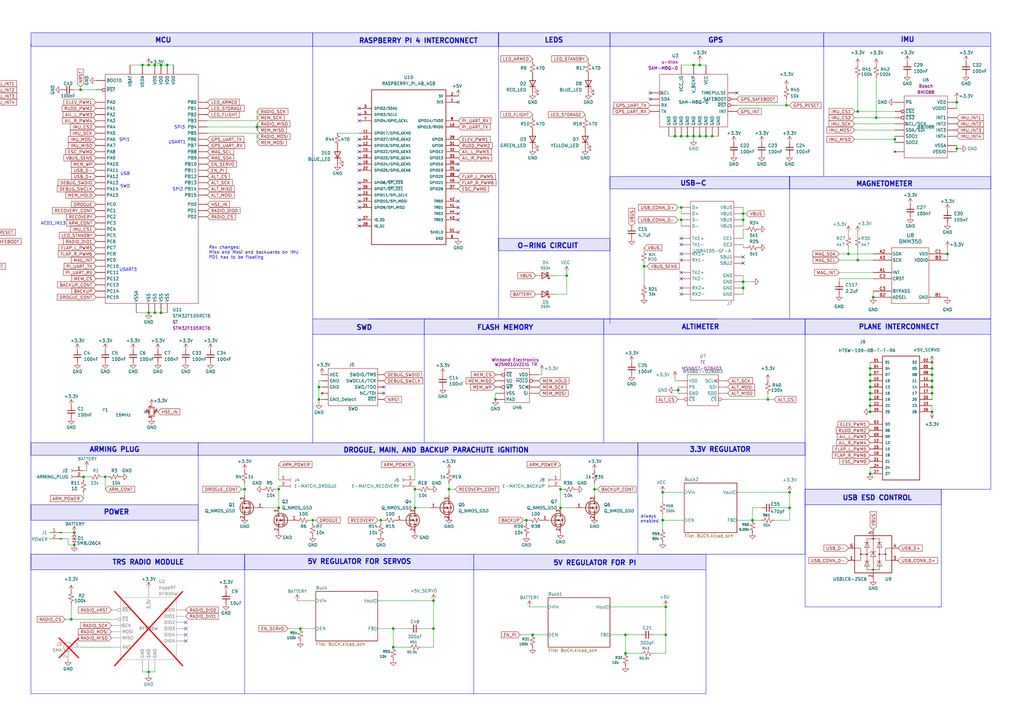
<source format=kicad_sch>
(kicad_sch (version 20250114) (generator "eeschema") (generator_version "9.0")
  (paper "A3")
  (rectangle (start 12.7 207.01) (end 81.28 213.36) (fill (type color) (color 20 0 205 0.11)))
  (rectangle (start 337.82 13.462) (end 406.4 19.05) (fill (type color) (color 20 0 205 0.11)))
  (rectangle (start 204.47 13.462) (end 250.19 19.05) (fill (type color) (color 20 0 205 0.11)))
  (rectangle (start 250.19 72.39) (end 323.85 77.47) (fill (type color) (color 20 0 205 0.11)))
  (rectangle (start 12.7 227.33) (end 100.33 233.68) (fill (type color) (color 20 0 205 0.11)))
  (rectangle (start 194.31 227.33) (end 289.56 233.68) (fill (type color) (color 20 0 205 0.11)))
  (rectangle (start 12.7 13.462) (end 128.27 19.05) (fill (type color) (color 20 0 205 0.11)))
  (rectangle (start 81.28 181.61) (end 261.62 186.69) (fill (type color) (color 20 0 205 0.11)))
  (rectangle (start 250.19 13.462) (end 337.82 19.05) (fill (type color) (color 20 0 205 0.11)))
  (rectangle (start 12.7 181.61) (end 81.28 186.69) (fill (type color) (color 20 0 205 0.11)))
  (rectangle (start 330.2 200.66) (end 386.08 207.01) (fill (type color) (color 20 0 205 0.11)))
  (rectangle (start 330.2 130.81) (end 406.4 137.16) (fill (type color) (color 20 0 205 0.11)))
  (rectangle (start 261.62 181.61) (end 330.2 186.69) (fill (type color) (color 20 0 205 0.11)))
  (rectangle (start 173.99 130.81) (end 247.65 137.16) (fill (type color) (color 20 0 205 0.11)))
  (rectangle (start 128.27 130.81) (end 173.99 137.16) (fill (type color) (color 20 0 205 0.11)))
  (rectangle (start 323.85 72.39) (end 406.4 77.47) (fill (type color) (color 20 0 205 0.11)))
  (rectangle (start 100.33 227.33) (end 194.31 233.68) (fill (type color) (color 20 0 205 0.11)))
  (rectangle (start 247.65 130.81) (end 330.2 137.16) (fill (type color) (color 20 0 205 0.11)))
  (rectangle (start 128.27 13.462) (end 204.47 19.05) (fill (type color) (color 20 0 205 0.11)))
  (rectangle (start 204.47 97.79) (end 250.19 102.87) (fill (type color) (color 20 0 205 0.11)))
  (text "USART1" (at 72.644 58.42 0) (effects (font (size 1.27 1.27))))
  (text "POWER" (at 42.418 211.328 0) (effects (font (size 2 2) (thickness 0.4) (bold yes)) (justify left bottom)))
  (text "TRS RADIO MODULE\n" (at 45.974 231.902 0) (effects (font (size 2 2) (thickness 0.4) (bold yes)) (justify left bottom)))
  (text "USB ESD CONTROL" (at 345.44 205.486 0) (effects (font (size 2 2) (thickness 0.4) (bold yes)) (justify left bottom)))
  (text "Rev changes:\nMiso and Mosi and backwards on IMU\nPD1 has to be floating" (at 85.598 103.632 0) (effects (font (size 1.27 1.27)) (justify left)))
  (text "USART3\n" (at 52.578 110.744 0) (effects (font (size 1.27 1.27))))
  (text "SWD" (at 146.05 135.636 0) (effects (font (size 2 2) (thickness 0.4) (bold yes)) (justify left bottom)))
  (text "MCU" (at 63.5 17.78 0) (effects (font (size 2 2) (thickness 0.4) (bold yes)) (justify left bottom)))
  (text "PLANE INTERCONNECT" (at 352.044 135.382 0) (effects (font (size 2 2) (thickness 0.4) (bold yes)) (justify left bottom)))
  (text "always \nenabled\n" (at 266.446 212.852 0) (effects (font (size 1.27 1.27))))
  (text "ALTIMETER" (at 279.4 135.382 0) (effects (font (size 2 2) (thickness 0.4) (bold yes)) (justify left bottom)))
  (text "5V REGULATOR FOR SERVOS" (at 125.984 231.648 0) (effects (font (size 2 2) (thickness 0.4) (bold yes)) (justify left bottom)))
  (text "SPI2\n" (at 72.898 77.724 0) (effects (font (size 1.27 1.27))))
  (text "SWD\n" (at 51.308 76.454 0) (effects (font (size 1.27 1.27))))
  (text "O-RING CIRCUIT\n" (at 212.09 102.108 0) (effects (font (size 2 2) (thickness 0.4) (bold yes)) (justify left bottom)))
  (text "GPS" (at 290.322 17.78 0) (effects (font (size 2 2) (thickness 0.4) (bold yes)) (justify left bottom)))
  (text "IMU" (at 369.316 17.526 0) (effects (font (size 2 2) (thickness 0.4) (bold yes)) (justify left bottom)))
  (text "MAGNETOMETER" (at 351.028 76.708 0) (effects (font (size 2 2) (thickness 0.4) (bold yes)) (justify left bottom)))
  (text "FLASH MEMORY" (at 195.58 135.636 0) (effects (font (size 2 2) (thickness 0.4) (bold yes)) (justify left bottom)))
  (text "ARMING PLUG" (at 36.576 185.674 0) (effects (font (size 2 2) (thickness 0.4) (bold yes)) (justify left bottom)))
  (text "RASPBERRY PI 4 INTERCONNECT\n" (at 147.066 18.034 0) (effects (font (size 2 2) (thickness 0.4) (bold yes)) (justify left bottom)))
  (text "SPI1\n" (at 51.054 57.404 0) (effects (font (size 1.27 1.27))))
  (text "USB-C" (at 278.892 76.454 0) (effects (font (size 2 2) (thickness 0.4) (bold yes)) (justify left bottom)))
  (text "USB" (at 51.308 71.374 0) (effects (font (size 1.27 1.27))))
  (text "LEDS\n" (at 223.266 17.78 0) (effects (font (size 2 2) (thickness 0.4) (bold yes)) (justify left bottom)))
  (text "DROGUE, MAIN, AND BACKUP PARACHUTE IGNITION" (at 140.716 185.928 0) (effects (font (size 2 2) (thickness 0.4) (bold yes)) (justify left bottom)))
  (text "5V REGULATOR FOR PI" (at 226.822 232.156 0) (effects (font (size 2 2) (thickness 0.4) (bold yes)) (justify left bottom)))
  (text "SPI3\n" (at 73.66 52.324 0) (effects (font (size 1.27 1.27))))
  (text "ACD1_IN13" (at 21.844 91.694 0) (effects (font (size 1.27 1.27))))
  (text "3.3V REGULATOR\n" (at 282.702 185.674 0) (effects (font (size 2 2) (thickness 0.4) (bold yes)) (justify left bottom)))
  (junction (at 34.29 195.58))
  (junction (at 218.44 260.35))
  (junction (at 114.3 200.66))
  (junction (at 43.18 195.58))
  (junction (at 356.87 161.29))
  (junction (at 382.27 156.21))
  (junction (at 271.78 213.36))
  (junction (at 105.41 52.07))
  (junction (at 60.96 275.59))
  (junction (at 256.54 267.97))
  (junction (at 130.81 158.75))
  (junction (at 392.43 60.96))
  (junction (at 281.94 55.88))
  (junction (at 123.19 257.81))
  (junction (at 284.48 55.88))
  (junction (at 356.87 153.67))
  (junction (at 276.86 55.88))
  (junction (at 351.79 45.72))
  (junction (at 382.27 158.75))
  (junction (at 323.85 201.93))
  (junction (at 287.02 26.67))
  (junction (at 356.87 168.91))
  (junction (at 358.14 121.92))
  (junction (at 356.87 163.83))
  (junction (at 100.33 200.66))
  (junction (at 264.16 109.22))
  (junction (at 30.48 218.44))
  (junction (at 60.96 26.67))
  (junction (at 156.21 213.36))
  (junction (at 304.8 118.11))
  (junction (at 382.27 168.91))
  (junction (at 229.87 200.66))
  (junction (at 114.3 208.28))
  (junction (at 170.18 208.28))
  (junction (at 322.58 43.18))
  (junction (at 63.5 26.67))
  (junction (at 161.29 265.43))
  (junction (at 382.27 153.67))
  (junction (at 66.04 128.27))
  (junction (at 347.98 104.14))
  (junction (at 323.85 208.28))
  (junction (at 392.43 41.91))
  (junction (at 308.61 213.36))
  (junction (at 130.81 163.83))
  (junction (at 29.21 254))
  (junction (at 161.29 257.81))
  (junction (at 304.8 115.57))
  (junction (at 66.04 26.67))
  (junction (at 215.9 213.36))
  (junction (at 63.5 128.27))
  (junction (at 284.48 26.67))
  (junction (at 292.1 55.88))
  (junction (at 314.96 163.83))
  (junction (at 356.87 194.31))
  (junction (at 33.02 36.83))
  (junction (at 382.27 151.13))
  (junction (at 304.8 87.63))
  (junction (at 356.87 151.13))
  (junction (at 382.27 148.59))
  (junction (at 289.56 55.88))
  (junction (at 256.54 260.35))
  (junction (at 367.03 57.15))
  (junction (at 356.87 166.37))
  (junction (at 356.87 156.21))
  (junction (at 279.4 55.88))
  (junction (at 279.4 85.09))
  (junction (at 60.96 128.27))
  (junction (at 30.48 223.52))
  (junction (at 170.18 200.66))
  (junction (at 271.78 201.93))
  (junction (at 128.27 213.36))
  (junction (at 388.62 104.14))
  (junction (at 359.41 48.26))
  (junction (at 58.42 26.67))
  (junction (at 184.15 200.66))
  (junction (at 273.05 260.35))
  (junction (at 278.13 160.02))
  (junction (at 177.8 257.81))
  (junction (at 229.87 208.28))
  (junction (at 177.8 246.38))
  (junction (at 287.02 55.88))
  (junction (at 203.2 163.83))
  (junction (at 279.4 90.17))
  (junction (at 304.8 90.17))
  (junction (at 68.58 26.67))
  (junction (at 243.84 200.66))
  (junction (at 351.79 106.68))
  (junction (at 273.05 248.92))
  (junction (at 356.87 158.75))
  (junction (at 232.41 113.03))
  (junction (at 382.27 161.29))
  (no_connect (at 147.32 85.09))
  (no_connect (at 187.96 95.25))
  (no_connect (at 147.32 64.77))
  (no_connect (at 147.32 57.15))
  (no_connect (at 266.7 40.64))
  (no_connect (at 76.2 255.27))
  (no_connect (at 76.2 260.35))
  (no_connect (at 279.4 104.14))
  (no_connect (at 59.69 168.91))
  (no_connect (at 279.4 118.11))
  (no_connect (at 266.7 38.1))
  (no_connect (at 302.26 38.1))
  (no_connect (at 147.32 49.53))
  (no_connect (at 147.32 77.47))
  (no_connect (at 279.4 100.33))
  (no_connect (at 279.4 106.68))
  (no_connect (at 187.96 41.91))
  (no_connect (at 279.4 97.79))
  (no_connect (at 279.4 120.65))
  (no_connect (at 187.96 87.63))
  (no_connect (at 147.32 44.45))
  (no_connect (at 147.32 67.31))
  (no_connect (at 279.4 114.3))
  (no_connect (at 187.96 90.17))
  (no_connect (at 147.32 69.85))
  (no_connect (at 157.48 158.75))
  (no_connect (at 279.4 111.76))
  (no_connect (at 187.96 67.31))
  (no_connect (at 147.32 90.17))
  (no_connect (at 147.32 74.93))
  (no_connect (at 187.96 82.55))
  (no_connect (at 304.8 105.41))
  (no_connect (at 187.96 69.85))
  (no_connect (at 76.2 257.81))
  (no_connect (at 147.32 82.55))
  (no_connect (at 147.32 62.23))
  (no_connect (at 147.32 92.71))
  (no_connect (at 147.32 80.01))
  (no_connect (at 187.96 85.09))
  (no_connect (at 76.2 262.89))
  (no_connect (at 157.48 161.29))
  (no_connect (at 147.32 59.69))
  (no_connect (at 304.8 107.95))
  (no_connect (at 147.32 46.99))
  (wire (pts (xy 66.04 128.27) (xy 68.58 128.27)))
  (wire (pts (xy 278.13 160.02) (xy 278.13 158.75)))
  (wire (pts (xy 392.43 40.64) (xy 392.43 41.91)))
  (wire (pts (xy 323.85 208.28) (xy 323.85 201.93)))
  (wire (pts (xy 278.13 156.21) (xy 276.86 156.21)))
  (wire (pts (xy 392.43 60.96) (xy 392.43 62.23)))
  (wire (pts (xy 215.9 213.36) (xy 214.63 213.36)))
  (wire (pts (xy 367.03 55.88) (xy 367.03 57.15)))
  (wire (pts (xy 347.98 96.52) (xy 347.98 95.25)))
  (wire (pts (xy 359.41 48.26) (xy 350.52 48.26)))
  (wire (pts (xy 63.5 128.27) (xy 66.04 128.27)))
  (wire (pts (xy 60.96 275.59) (xy 60.96 276.86)))
  (wire (pts (xy 356.87 191.77) (xy 356.87 194.31)))
  (wire (pts (xy 245.11 200.66) (xy 243.84 200.66)))
  (wire (pts (xy 34.29 201.93) (xy 34.29 204.47)))
  (wire (pts (xy 367.03 48.26) (xy 359.41 48.26)))
  (wire (pts (xy 130.81 163.83) (xy 132.08 163.83)))
  (wire (pts (xy 43.18 195.58) (xy 43.18 200.66)))
  (wire (pts (xy 34.29 195.58) (xy 36.83 195.58)))
  (wire (pts (xy 304.8 118.11) (xy 304.8 120.65)))
  (wire (pts (xy 304.8 113.03) (xy 304.8 115.57)))
  (wire (pts (xy 43.18 195.58) (xy 44.45 195.58)))
  (wire (pts (xy 220.98 153.67) (xy 222.25 153.67)))
  (wire (pts (xy 58.42 274.32) (xy 58.42 275.59)))
  (wire (pts (xy 382.27 156.21) (xy 382.27 158.75)))
  (wire (pts (xy 356.87 161.29) (xy 356.87 163.83)))
  (wire (pts (xy 289.56 55.88) (xy 292.1 55.88)))
  (wire (pts (xy 279.4 90.17) (xy 279.4 92.71)))
  (wire (pts (xy 250.19 248.92) (xy 273.05 248.92)))
  (wire (pts (xy 107.95 208.28) (xy 114.3 208.28)))
  (wire (pts (xy 35.56 191.77) (xy 35.56 193.04)))
  (wire (pts (xy 344.17 111.76) (xy 358.14 111.76)))
  (wire (pts (xy 240.03 46.99) (xy 240.03 48.26)))
  (wire (pts (xy 161.29 257.81) (xy 161.29 265.43)))
  (wire (pts (xy 63.5 26.67) (xy 66.04 26.67)))
  (wire (pts (xy 356.87 151.13) (xy 356.87 153.67)))
  (wire (pts (xy 30.48 36.83) (xy 33.02 36.83)))
  (wire (pts (xy 100.33 198.12) (xy 100.33 200.66)))
  (wire (pts (xy 218.44 260.35) (xy 224.79 260.35)))
  (wire (pts (xy 170.18 190.5) (xy 170.18 196.85)))
  (wire (pts (xy 304.8 115.57) (xy 308.61 115.57)))
  (polyline (pts (xy 337.82 13.97) (xy 337.82 72.39)))
  (polyline (pts (xy 128.27 137.16) (xy 128.27 181.61)))
  (wire (pts (xy 170.18 200.66) (xy 170.18 208.28)))
  (polyline (pts (xy 261.62 181.61) (xy 261.62 227.33)))
  (wire (pts (xy 85.09 54.61) (xy 105.41 54.61)))
  (wire (pts (xy 121.92 246.38) (xy 129.54 246.38)))
  (wire (pts (xy 304.8 87.63) (xy 306.07 87.63)))
  (wire (pts (xy 113.03 200.66) (xy 114.3 200.66)))
  (polyline (pts (xy 308.61 130.81) (xy 406.4 130.81)))
  (polyline (pts (xy 386.08 200.66) (xy 386.08 248.92)))
  (wire (pts (xy 130.81 158.75) (xy 130.81 156.21)))
  (wire (pts (xy 302.26 43.18) (xy 322.58 43.18)))
  (wire (pts (xy 367.03 57.15) (xy 367.03 58.42)))
  (wire (pts (xy 356.87 153.67) (xy 356.87 156.21)))
  (wire (pts (xy 279.4 85.09) (xy 279.4 87.63)))
  (wire (pts (xy 314.96 163.83) (xy 298.45 163.83)))
  (polyline (pts (xy 384.81 248.92) (xy 386.08 248.92)))
  (polyline (pts (xy 173.99 137.16) (xy 173.99 181.61)))
  (wire (pts (xy 392.43 60.96) (xy 393.7 60.96)))
  (wire (pts (xy 276.86 55.88) (xy 279.4 55.88)))
  (polyline (pts (xy 385.572 248.92) (xy 330.2 248.92)))
  (wire (pts (xy 317.5 208.28) (xy 323.85 208.28)))
  (wire (pts (xy 312.42 208.28) (xy 308.61 208.28)))
  (wire (pts (xy 267.97 267.97) (xy 273.05 267.97)))
  (wire (pts (xy 231.14 200.66) (xy 229.87 200.66)))
  (polyline (pts (xy 81.28 227.33) (xy 81.28 181.61)))
  (wire (pts (xy 184.15 198.12) (xy 184.15 200.66)))
  (wire (pts (xy 154.94 257.81) (xy 161.29 257.81)))
  (wire (pts (xy 278.13 85.09) (xy 279.4 85.09)))
  (polyline (pts (xy 204.47 13.335) (xy 204.47 130.81)))
  (wire (pts (xy 351.79 45.72) (xy 350.52 45.72)))
  (wire (pts (xy 304.8 115.57) (xy 304.8 118.11)))
  (wire (pts (xy 278.13 90.17) (xy 279.4 90.17)))
  (wire (pts (xy 388.62 101.6) (xy 388.62 104.14)))
  (wire (pts (xy 308.61 213.36) (xy 312.42 213.36)))
  (wire (pts (xy 53.34 26.67) (xy 58.42 26.67)))
  (wire (pts (xy 287.02 55.88) (xy 289.56 55.88)))
  (wire (pts (xy 264.16 109.22) (xy 264.16 116.84)))
  (wire (pts (xy 105.41 49.53) (xy 105.41 45.72)))
  (wire (pts (xy 267.97 260.35) (xy 273.05 260.35)))
  (wire (pts (xy 347.98 101.6) (xy 347.98 104.14)))
  (wire (pts (xy 184.15 213.36) (xy 184.15 212.09)))
  (wire (pts (xy 184.15 200.66) (xy 184.15 203.2)))
  (wire (pts (xy 171.45 200.66) (xy 170.18 200.66)))
  (wire (pts (xy 232.41 113.03) (xy 232.41 120.65)))
  (wire (pts (xy 382.27 151.13) (xy 382.27 153.67)))
  (polyline (pts (xy 330.2 207.01) (xy 330.2 248.92)))
  (wire (pts (xy 243.84 198.12) (xy 243.84 200.66)))
  (wire (pts (xy 250.19 260.35) (xy 256.54 260.35)))
  (wire (pts (xy 243.84 200.66) (xy 243.84 203.2)))
  (wire (pts (xy 302.26 213.36) (xy 308.61 213.36)))
  (wire (pts (xy 304.8 87.63) (xy 304.8 90.17)))
  (wire (pts (xy 222.25 153.67) (xy 222.25 152.4)))
  (wire (pts (xy 273.05 267.97) (xy 273.05 260.35)))
  (wire (pts (xy 356.87 156.21) (xy 356.87 158.75)))
  (wire (pts (xy 29.21 247.65) (xy 29.21 254)))
  (wire (pts (xy 382.27 158.75) (xy 382.27 161.29)))
  (wire (pts (xy 308.61 208.28) (xy 308.61 213.36)))
  (wire (pts (xy 265.43 109.22) (xy 264.16 109.22)))
  (wire (pts (xy 344.17 114.3) (xy 358.14 114.3)))
  (wire (pts (xy 264.16 102.87) (xy 264.16 101.6)))
  (wire (pts (xy 29.21 254) (xy 45.72 254)))
  (wire (pts (xy 262.89 260.35) (xy 256.54 260.35)))
  (wire (pts (xy 356.87 158.75) (xy 356.87 161.29)))
  (wire (pts (xy 241.3 24.13) (xy 241.3 25.4)))
  (wire (pts (xy 264.16 107.95) (xy 264.16 109.22)))
  (polyline (pts (xy 100.33 227.33) (xy 100.33 284.48)))
  (wire (pts (xy 287.02 26.67) (xy 289.56 26.67)))
  (polyline (pts (xy 323.85 72.39) (xy 323.85 130.81)))
  (polyline (pts (xy 289.56 233.68) (xy 289.56 284.48)))
  (wire (pts (xy 314.96 161.29) (xy 314.96 163.83)))
  (polyline (pts (xy 194.31 232.41) (xy 194.31 284.48)))
  (wire (pts (xy 217.17 248.92) (xy 224.79 248.92)))
  (wire (pts (xy 215.9 213.36) (xy 215.9 214.63)))
  (wire (pts (xy 27.94 220.98) (xy 20.32 220.98)))
  (wire (pts (xy 392.43 59.69) (xy 392.43 60.96)))
  (polyline (pts (xy 194.31 284.48) (xy 289.56 284.48)))
  (wire (pts (xy 130.81 158.75) (xy 132.08 158.75)))
  (polyline (pts (xy 12.7 284.48) (xy 194.31 284.48)))
  (wire (pts (xy 229.87 200.66) (xy 229.87 208.28)))
  (wire (pts (xy 243.84 213.36) (xy 243.84 212.09)))
  (wire (pts (xy 60.96 26.67) (xy 63.5 26.67)))
  (wire (pts (xy 60.96 275.59) (xy 63.5 275.59)))
  (wire (pts (xy 304.8 93.98) (xy 304.8 97.79)))
  (wire (pts (xy 176.53 208.28) (xy 170.18 208.28)))
  (wire (pts (xy 274.32 55.88) (xy 276.86 55.88)))
  (wire (pts (xy 58.42 275.59) (xy 60.96 275.59)))
  (wire (pts (xy 317.5 163.83) (xy 314.96 163.83)))
  (polyline (pts (xy 406.4 200.66) (xy 330.2 200.66)))
  (wire (pts (xy 105.41 54.61) (xy 105.41 58.42)))
  (polyline (pts (xy 151.13 130.81) (xy 294.005 130.81)))
  (wire (pts (xy 292.1 55.88) (xy 294.64 55.88)))
  (wire (pts (xy 276.86 156.21) (xy 276.86 154.94)))
  (wire (pts (xy 105.41 50.8) (xy 105.41 52.07)))
  (wire (pts (xy 218.44 46.99) (xy 218.44 48.26)))
  (wire (pts (xy 60.96 128.27) (xy 63.5 128.27)))
  (wire (pts (xy 128.27 213.36) (xy 129.54 213.36)))
  (wire (pts (xy 130.81 156.21) (xy 132.08 156.21)))
  (polyline (pts (xy 330.2 175.26) (xy 330.2 227.33)))
  (wire (pts (xy 85.09 52.07) (xy 105.41 52.07)))
  (wire (pts (xy 218.44 24.13) (xy 218.44 25.4)))
  (wire (pts (xy 271.78 201.93) (xy 271.78 205.74)))
  (polyline (pts (xy 247.65 137.16) (xy 247.65 181.61)))
  (polyline (pts (xy 250.19 19.05) (xy 250.19 132.715)))
  (wire (pts (xy 279.4 55.88) (xy 281.94 55.88)))
  (wire (pts (xy 356.87 163.83) (xy 356.87 166.37)))
  (wire (pts (xy 114.3 190.5) (xy 114.3 196.85)))
  (wire (pts (xy 26.67 254) (xy 29.21 254)))
  (wire (pts (xy 27.94 220.98) (xy 27.94 223.52)))
  (wire (pts (xy 382.27 161.29) (xy 382.27 163.83)))
  (wire (pts (xy 304.8 85.09) (xy 304.8 87.63)))
  (wire (pts (xy 170.18 199.39) (xy 170.18 200.66)))
  (wire (pts (xy 367.03 53.34) (xy 350.52 53.34)))
  (wire (pts (xy 347.98 104.14) (xy 358.14 104.14)))
  (wire (pts (xy 284.48 55.88) (xy 287.02 55.88)))
  (wire (pts (xy 172.72 265.43) (xy 177.8 265.43)))
  (wire (pts (xy 367.03 45.72) (xy 351.79 45.72)))
  (wire (pts (xy 351.79 31.75) (xy 351.79 45.72)))
  (wire (pts (xy 161.29 265.43) (xy 167.64 265.43)))
  (wire (pts (xy 114.3 199.39) (xy 114.3 200.66)))
  (wire (pts (xy 227.33 120.65) (xy 232.41 120.65)))
  (wire (pts (xy 154.94 246.38) (xy 177.8 246.38)))
  (wire (pts (xy 156.21 213.36) (xy 156.21 214.63)))
  (wire (pts (xy 359.41 31.75) (xy 359.41 48.26)))
  (polyline (pts (xy 261.62 227.33) (xy 330.2 227.33)))
  (wire (pts (xy 392.43 41.91) (xy 392.43 44.45)))
  (wire (pts (xy 114.3 200.66) (xy 114.3 208.28)))
  (wire (pts (xy 304.8 101.6) (xy 304.8 100.33)))
  (polyline (pts (xy 406.4 137.16) (xy 406.4 200.66)))
  (wire (pts (xy 382.27 153.67) (xy 382.27 156.21)))
  (wire (pts (xy 356.87 148.59) (xy 356.87 151.13)))
  (wire (pts (xy 236.22 208.28) (xy 229.87 208.28)))
  (polyline (pts (xy 330.2 136.525) (xy 330.2 175.26)))
  (wire (pts (xy 281.94 55.88) (xy 284.48 55.88)))
  (polyline (pts (xy 406.4 19.05) (xy 406.4 130.81)))
  (wire (pts (xy 344.17 106.68) (xy 351.79 106.68)))
  (wire (pts (xy 304.8 101.6) (xy 306.07 101.6)))
  (wire (pts (xy 58.42 26.67) (xy 60.96 26.67)))
  (wire (pts (xy 367.03 50.8) (xy 350.52 50.8)))
  (wire (pts (xy 213.36 260.35) (xy 218.44 260.35)))
  (wire (pts (xy 127 213.36) (xy 128.27 213.36)))
  (wire (pts (xy 287.02 26.67) (xy 284.48 26.67)))
  (wire (pts (xy 351.79 101.6) (xy 351.79 106.68)))
  (wire (pts (xy 273.05 260.35) (xy 273.05 248.92)))
  (wire (pts (xy 66.04 26.67) (xy 68.58 26.67)))
  (wire (pts (xy 287.02 26.67) (xy 287.02 25.4)))
  (wire (pts (xy 128.27 213.36) (xy 128.27 214.63)))
  (wire (pts (xy 100.33 213.36) (xy 100.33 212.09)))
  (wire (pts (xy 167.64 257.81) (xy 161.29 257.81)))
  (wire (pts (xy 278.13 160.02) (xy 276.86 160.02)))
  (wire (pts (xy 304.8 90.17) (xy 304.8 92.71)))
  (wire (pts (xy 217.17 213.36) (xy 215.9 213.36)))
  (wire (pts (xy 229.87 199.39) (xy 229.87 200.66)))
  (wire (pts (xy 138.43 54.61) (xy 147.32 54.61)))
  (polyline (pts (xy 12.7 17.78) (xy 12.7 284.48)))
  (wire (pts (xy 60.96 274.32) (xy 60.96 275.59)))
  (wire (pts (xy 68.58 26.67) (xy 71.12 26.67)))
  (wire (pts (xy 317.5 213.36) (xy 323.85 213.36)))
  (wire (pts (xy 256.54 267.97) (xy 262.89 267.97)))
  (wire (pts (xy 351.79 106.68) (xy 358.14 106.68)))
  (wire (pts (xy 34.29 196.85) (xy 34.29 195.58)))
  (wire (pts (xy 322.58 40.64) (xy 322.58 43.18)))
  (wire (pts (xy 382.27 148.59) (xy 382.27 151.13)))
  (wire (pts (xy 154.94 213.36) (xy 156.21 213.36)))
  (wire (pts (xy 279.4 26.67) (xy 284.48 26.67)))
  (wire (pts (xy 344.17 115.57) (xy 344.17 114.3)))
  (wire (pts (xy 278.13 161.29) (xy 278.13 160.02)))
  (wire (pts (xy 172.72 257.81) (xy 177.8 257.81)))
  (wire (pts (xy 186.69 200.66) (xy 184.15 200.66)))
  (wire (pts (xy 304.8 93.98) (xy 306.07 93.98)))
  (wire (pts (xy 256.54 260.35) (xy 256.54 267.97)))
  (wire (pts (xy 271.78 210.82) (xy 271.78 213.36)))
  (wire (pts (xy 284.48 55.88) (xy 284.48 57.15)))
  (wire (pts (xy 156.21 213.36) (xy 157.48 213.36)))
  (wire (pts (xy 41.91 195.58) (xy 43.18 195.58)))
  (wire (pts (xy 100.33 200.66) (xy 100.33 203.2)))
  (wire (pts (xy 323.85 201.93) (xy 302.26 201.93)))
  (wire (pts (xy 271.78 201.93) (xy 280.67 201.93)))
  (wire (pts (xy 351.79 96.52) (xy 351.79 95.25)))
  (wire (pts (xy 232.41 111.76) (xy 232.41 113.03)))
  (wire (pts (xy 203.2 163.83) (xy 203.2 161.29)))
  (wire (pts (xy 33.02 265.43) (xy 45.72 265.43)))
  (wire (pts (xy 271.78 213.36) (xy 271.78 217.17)))
  (wire (pts (xy 350.52 57.15) (xy 367.03 57.15)))
  (wire (pts (xy 388.62 104.14) (xy 388.62 106.68)))
  (wire (pts (xy 344.17 104.14) (xy 347.98 104.14)))
  (wire (pts (xy 105.41 52.07) (xy 105.41 53.34)))
  (wire (pts (xy 63.5 275.59) (xy 63.5 274.32)))
  (wire (pts (xy 323.85 213.36) (xy 323.85 208.28)))
  (wire (pts (xy 118.11 257.81) (xy 123.19 257.81)))
  (wire (pts (xy 177.8 265.43) (xy 177.8 257.81)))
  (wire (pts (xy 280.67 213.36) (xy 271.78 213.36)))
  (wire (pts (xy 358.14 119.38) (xy 358.14 121.92)))
  (wire (pts (xy 55.88 128.27) (xy 60.96 128.27)))
  (wire (pts (xy 227.33 113.03) (xy 232.41 113.03)))
  (wire (pts (xy 27.94 223.52) (xy 30.48 223.52)))
  (wire (pts (xy 35.56 193.04) (xy 34.29 193.04)))
  (wire (pts (xy 356.87 166.37) (xy 356.87 168.91)))
  (wire (pts (xy 85.09 49.53) (xy 105.41 49.53)))
  (wire (pts (xy 382.27 168.91) (xy 382.27 166.37)))
  (wire (pts (xy 33.02 36.83) (xy 39.37 36.83)))
  (wire (pts (xy 130.81 163.83) (xy 130.81 165.1)))
  (wire (pts (xy 123.19 257.81) (xy 129.54 257.81)))
  (wire (pts (xy 33.02 35.56) (xy 33.02 36.83)))
  (wire (pts (xy 20.32 218.44) (xy 30.48 218.44)))
  (wire (pts (xy 177.8 257.81) (xy 177.8 246.38)))
  (wire (pts (xy 323.85 43.18) (xy 322.58 43.18)))
  (wire (pts (xy 99.06 200.66) (xy 100.33 200.66)))
  (wire (pts (xy 229.87 190.5) (xy 229.87 196.85)))
  (wire (pts (xy 130.81 163.83) (xy 130.81 158.75)))
  (polyline (pts (xy 128.27 130.81) (xy 128.27 19.05)))
  (global_label "PI_UART_RX" (shape input) (at 39.37 111.76 180) (property "Intersheetrefs" "${INTERSHEET_REFS}" (effects (hide yes))))
  (global_label "MEM_CS" (shape input) (at 203.2 153.67 180) (property "Intersheetrefs" "${INTERSHEET_REFS}" (effects (hide yes))))
  (global_label "USB_CONN_D-" (shape input) (at 278.13 90.17 180) (property "Intersheetrefs" "${INTERSHEET_REFS}" (effects (hide yes))))
  (global_label "GPS_SAFEBOOT" (shape input) (at 302.26 40.64 0) (property "Intersheetrefs" "${INTERSHEET_REFS}" (effects (hide yes))))
  (global_label "IMU_INT1" (shape input) (at -4.064 34.29 0) (property "Intersheetrefs" "${INTERSHEET_REFS}" (effects (hide yes))))
  (global_label "LED_ARMED" (shape input) (at 85.09 41.91 0) (property "Intersheetrefs" "${INTERSHEET_REFS}" (effects (hide yes))))
  (global_label "RADIO_MOSI" (shape input) (at 45.72 259.08 180) (property "Intersheetrefs" "${INTERSHEET_REFS}" (effects (hide yes))))
  (global_label "MEM_CS" (shape input) (at 39.37 114.3 180) (property "Intersheetrefs" "${INTERSHEET_REFS}" (effects (hide yes))))
  (global_label "RADIO_MOSI" (shape input) (at 105.41 55.88 0) (property "Intersheetrefs" "${INTERSHEET_REFS}" (effects (hide yes))))
  (global_label "ALT_MISO" (shape input) (at 298.45 161.29 0) (property "Intersheetrefs" "${INTERSHEET_REFS}" (effects (hide yes))))
  (global_label "FLAP_L_PWM5" (shape input) (at 187.96 72.39 0) (property "Intersheetrefs" "${INTERSHEET_REFS}" (effects (hide yes))))
  (global_label "MAG_SCL" (shape input) (at 344.17 106.68 180) (property "Intersheetrefs" "${INTERSHEET_REFS}" (effects (hide yes))))
  (global_label "ALT_CS" (shape input) (at 85.09 72.39 0) (property "Intersheetrefs" "${INTERSHEET_REFS}" (effects (hide yes))))
  (global_label "RECOVERY_CONT" (shape input) (at 186.69 200.66 0) (property "Intersheetrefs" "${INTERSHEET_REFS}" (effects (hide yes))))
  (global_label "GPS_SAFEBOOT" (shape input) (at -7.874 99.06 0) (property "Intersheetrefs" "${INTERSHEET_REFS}" (effects (hide yes))))
  (global_label "RECOVERY" (shape input) (at 154.94 213.36 180) (property "Intersheetrefs" "${INTERSHEET_REFS}" (effects (hide yes))))
  (global_label "MAG_SDA" (shape input) (at 85.09 64.77 0) (property "Intersheetrefs" "${INTERSHEET_REFS}" (effects (hide yes))))
  (global_label "IMU_INT2" (shape input) (at 392.43 50.8 0) (property "Intersheetrefs" "${INTERSHEET_REFS}" (effects (hide yes))))
  (global_label "BACKUP_CONT" (shape input) (at 39.37 116.84 180) (property "Intersheetrefs" "${INTERSHEET_REFS}" (effects (hide yes))))
  (global_label "ALT_CS" (shape input) (at 317.5 163.83 0) (property "Intersheetrefs" "${INTERSHEET_REFS}" (effects (hide yes))))
  (global_label "IMU_INT4" (shape input) (at -4.064 41.91 0) (property "Intersheetrefs" "${INTERSHEET_REFS}" (effects (hide yes))))
  (global_label "ARM_POWER" (shape input) (at 170.18 190.5 180) (property "Intersheetrefs" "${INTERSHEET_REFS}" (effects (hide yes))))
  (global_label "ARM_CONT" (shape input) (at 39.37 91.44 180) (property "Intersheetrefs" "${INTERSHEET_REFS}" (effects (hide yes))))
  (global_label "FLAP_R_PWM6" (shape input) (at 187.96 74.93 0) (property "Intersheetrefs" "${INTERSHEET_REFS}" (effects (hide yes))))
  (global_label "IMU_INT4" (shape input) (at 392.43 55.88 0) (property "Intersheetrefs" "${INTERSHEET_REFS}" (effects (hide yes))))
  (global_label "DEBUG_SWCLK" (shape input) (at 157.48 156.21 0) (property "Intersheetrefs" "${INTERSHEET_REFS}" (effects (hide yes))))
  (global_label "RUDD_PWM2" (shape input) (at 356.87 176.53 180) (property "Intersheetrefs" "${INTERSHEET_REFS}" (effects (hide yes))))
  (global_label "BACKUP_CONT" (shape input) (at 245.11 200.66 0) (property "Intersheetrefs" "${INTERSHEET_REFS}" (effects (hide yes))))
  (global_label "VBUS" (shape input) (at 219.71 113.03 180) (property "Intersheetrefs" "${INTERSHEET_REFS}" (effects (hide yes))))
  (global_label "LED_STORAGE" (shape input) (at 240.03 46.99 180) (property "Intersheetrefs" "${INTERSHEET_REFS}" (effects (hide yes))))
  (global_label "IMU_CS1" (shape input) (at 350.52 45.72 180) (property "Intersheetrefs" "${INTERSHEET_REFS}" (effects (hide yes))))
  (global_label "ESC_PWM0" (shape input) (at 187.96 77.47 0) (property "Intersheetrefs" "${INTERSHEET_REFS}" (effects (hide yes))))
  (global_label "BATTERY" (shape input) (at 219.71 120.65 180) (property "Intersheetrefs" "${INTERSHEET_REFS}" (effects (hide yes))))
  (global_label "FLAP_L_PWM5" (shape input) (at 356.87 184.15 180) (property "Intersheetrefs" "${INTERSHEET_REFS}" (effects (hide yes))))
  (global_label "MEM_SCK" (shape input) (at 220.98 158.75 0) (property "Intersheetrefs" "${INTERSHEET_REFS}" (effects (hide yes))))
  (global_label "RADIO_MISO" (shape input) (at 105.41 50.8 0) (property "Intersheetrefs" "${INTERSHEET_REFS}" (effects (hide yes))))
  (global_label "GPS_INT" (shape input) (at -7.874 109.22 0) (property "Intersheetrefs" "${INTERSHEET_REFS}" (effects (hide yes))))
  (global_label "LED_FLIGHT" (shape input) (at 218.44 46.99 180) (property "Intersheetrefs" "${INTERSHEET_REFS}" (effects (hide yes))))
  (global_label "RADIO_DIO0" (shape input) (at 85.09 86.36 0) (property "Intersheetrefs" "${INTERSHEET_REFS}" (effects (hide yes))))
  (global_label "LED_FLIGHT" (shape input) (at 85.09 46.99 0) (property "Intersheetrefs" "${INTERSHEET_REFS}" (effects (hide yes))))
  (global_label "RUDD_PWM2" (shape input) (at 39.37 44.45 180) (property "Intersheetrefs" "${INTERSHEET_REFS}" (effects (hide yes))))
  (global_label "MEM_SCK" (shape input) (at 105.41 48.26 0) (property "Intersheetrefs" "${INTERSHEET_REFS}" (effects (hide yes))))
  (global_label "GPS_INT" (shape input) (at 302.26 45.72 0) (property "Intersheetrefs" "${INTERSHEET_REFS}" (effects (hide yes))))
  (global_label "MEM_MISO" (shape input) (at 203.2 156.21 180) (property "Intersheetrefs" "${INTERSHEET_REFS}" (effects (hide yes))))
  (global_label "USB_CONN_D+" (shape input) (at 368.3 229.87 0) (property "Intersheetrefs" "${INTERSHEET_REFS}" (effects (hide yes))))
  (global_label "MEM_MOSI" (shape input) (at 220.98 161.29 0) (property "Intersheetrefs" "${INTERSHEET_REFS}" (effects (hide yes))))
  (global_label "GPS_RESET" (shape input) (at -6.604 95.25 0) (property "Intersheetrefs" "${INTERSHEET_REFS}" (effects (hide yes))))
  (global_label "FLAP_R_PWM6" (shape input) (at 39.37 104.14 180) (property "Intersheetrefs" "${INTERSHEET_REFS}" (effects (hide yes))))
  (global_label "EN_SERVO" (shape input) (at 118.11 257.81 180) (property "Intersheetrefs" "${INTERSHEET_REFS}" (effects (hide yes))))
  (global_label "AIL_L_PWM3" (shape input) (at 356.87 179.07 180) (property "Intersheetrefs" "${INTERSHEET_REFS}" (effects (hide yes))))
  (global_label "VBUS" (shape input) (at 259.08 92.71 90) (property "Intersheetrefs" "${INTERSHEET_REFS}" (effects (hide yes))))
  (global_label "MAG_SCL" (shape input) (at 85.09 62.23 0) (property "Intersheetrefs" "${INTERSHEET_REFS}" (effects (hide yes))))
  (global_label "GPS_UART_TX" (shape input) (at 266.7 43.18 180) (property "Intersheetrefs" "${INTERSHEET_REFS}" (effects (hide yes))))
  (global_label "VBUS" (shape input) (at 358.14 217.17 90) (property "Intersheetrefs" "${INTERSHEET_REFS}" (effects (hide yes))))
  (global_label "IMU_MISO" (shape input) (at 39.37 59.69 180) (property "Intersheetrefs" "${INTERSHEET_REFS}" (effects (hide yes))))
  (global_label "EN_PI" (shape input) (at 213.36 260.35 180) (property "Intersheetrefs" "${INTERSHEET_REFS}" (effects (hide yes))))
  (global_label "AIL_L_PWM3" (shape input) (at 39.37 46.99 180) (property "Intersheetrefs" "${INTERSHEET_REFS}" (effects (hide yes))))
  (global_label "PI_UART_TX" (shape input) (at 187.96 52.07 0) (property "Intersheetrefs" "${INTERSHEET_REFS}" (effects (hide yes))))
  (global_label "ALT_CS" (shape input) (at 278.13 163.83 180) (property "Intersheetrefs" "${INTERSHEET_REFS}" (effects (hide yes))))
  (global_label "ELEV_PWM1" (shape input) (at 356.87 173.99 180) (property "Intersheetrefs" "${INTERSHEET_REFS}" (effects (hide yes))))
  (global_label "MEM_WP" (shape input) (at 203.2 158.75 180) (property "Intersheetrefs" "${INTERSHEET_REFS}" (effects (hide yes))))
  (global_label "DROGUE_CONT" (shape input) (at 39.37 121.92 180) (property "Intersheetrefs" "${INTERSHEET_REFS}" (effects (hide yes))))
  (global_label "ALT_MISO" (shape input) (at 85.09 77.47 0) (property "Intersheetrefs" "${INTERSHEET_REFS}" (effects (hide yes))))
  (global_label "LED_STANDBY" (shape input) (at 241.3 24.13 180) (property "Intersheetrefs" "${INTERSHEET_REFS}" (effects (hide yes))))
  (global_label "IMU_SCK" (shape input) (at 39.37 54.61 180) (property "Intersheetrefs" "${INTERSHEET_REFS}" (effects (hide yes))))
  (global_label "RADIO_DIO1" (shape input) (at 76.2 252.73 0) (property "Intersheetrefs" "${INTERSHEET_REFS}" (effects (hide yes))))
  (global_label "GPS_UART_TX" (shape input) (at 85.09 57.15 0) (property "Intersheetrefs" "${INTERSHEET_REFS}" (effects (hide yes))))
  (global_label "ARM_POWER" (shape input) (at 34.29 204.47 180) (property "Intersheetrefs" "${INTERSHEET_REFS}" (effects (hide yes))))
  (global_label "IMU_INT3" (shape input) (at 392.43 53.34 0) (property "Intersheetrefs" "${INTERSHEET_REFS}" (effects (hide yes))))
  (global_label "EN_PI" (shape input) (at 85.09 69.85 0) (property "Intersheetrefs" "${INTERSHEET_REFS}" (effects (hide yes))))
  (global_label "RADIO_SCK" (shape input) (at 105.41 45.72 0) (property "Intersheetrefs" "${INTERSHEET_REFS}" (effects (hide yes))))
  (global_label "ELEV_PWM1" (shape input) (at 187.96 57.15 0) (property "Intersheetrefs" "${INTERSHEET_REFS}" (effects (hide yes))))
  (global_label "GPS_UART_RX" (shape input) (at 266.7 45.72 180) (property "Intersheetrefs" "${INTERSHEET_REFS}" (effects (hide yes))))
  (global_label "NRST" (shape input) (at 157.48 163.83 0) (property "Intersheetrefs" "${INTERSHEET_REFS}" (effects (hide yes))))
  (global_label "USB_D+" (shape input) (at 368.3 224.79 0) (property "Intersheetrefs" "${INTERSHEET_REFS}" (effects (hide yes))))
  (global_label "IMU_INT2" (shape input) (at -4.064 36.83 0) (property "Intersheetrefs" "${INTERSHEET_REFS}" (effects (hide yes))))
  (global_label "RECOVERY_CONT" (shape input) (at 39.37 86.36 180) (property "Intersheetrefs" "${INTERSHEET_REFS}" (effects (hide yes))))
  (global_label "GPS_UART_RX" (shape input) (at 85.09 59.69 0) (property "Intersheetrefs" "${INTERSHEET_REFS}" (effects (hide yes))))
  (global_label "NRST" (shape input) (at 33.02 35.56 90) (property "Intersheetrefs" "${INTERSHEET_REFS}" (effects (hide yes))))
  (global_label "LED_ARMED" (shape input) (at 218.44 24.13 180) (property "Intersheetrefs" "${INTERSHEET_REFS}" (effects (hide yes))))
  (global_label "LED_STANDBY" (shape input) (at 39.37 96.52 180) (property "Intersheetrefs" "${INTERSHEET_REFS}" (effects (hide yes))))
  (global_label "MEM_WP" (shape input) (at 39.37 67.31 180) (property "Intersheetrefs" "${INTERSHEET_REFS}" (effects (hide yes))))
  (global_label "AIL_R_PWM4" (shape input) (at 187.96 64.77 0) (property "Intersheetrefs" "${INTERSHEET_REFS}" (effects (hide yes))))
  (global_label "MEM_HOLD" (shape input) (at 39.37 80.01 180) (property "Intersheetrefs" "${INTERSHEET_REFS}" (effects (hide yes))))
  (global_label "ALT_MOSI" (shape input) (at 85.09 80.01 0) (property "Intersheetrefs" "${INTERSHEET_REFS}" (effects (hide yes))))
  (global_label "HSE_IN" (shape input) (at 64.77 168.91 0) (property "Intersheetrefs" "${INTERSHEET_REFS}" (effects (hide yes))))
  (global_label "ALT_MOSI" (shape input) (at 298.45 158.75 0) (property "Intersheetrefs" "${INTERSHEET_REFS}" (effects (hide yes))))
  (global_label "ARM_CONT" (shape input) (at 43.18 200.66 0) (property "Intersheetrefs" "${INTERSHEET_REFS}" (effects (hide yes))))
  (global_label "IMU_MOSI" (shape input) (at 350.52 53.34 180) (property "Intersheetrefs" "${INTERSHEET_REFS}" (effects (hide yes))))
  (global_label "IMU_CS1" (shape input) (at 39.37 93.98 180) (property "Intersheetrefs" "${INTERSHEET_REFS}" (effects (hide yes))))
  (global_label "FLAP_R_PWM6" (shape input) (at 356.87 186.69 180) (property "Intersheetrefs" "${INTERSHEET_REFS}" (effects (hide yes))))
  (global_label "BACKUP" (shape input) (at 39.37 119.38 180) (property "Intersheetrefs" "${INTERSHEET_REFS}" (effects (hide yes))))
  (global_label "RECOVERY" (shape input) (at 39.37 88.9 180) (property "Intersheetrefs" "${INTERSHEET_REFS}" (effects (hide yes))))
  (global_label "DROGUE" (shape input) (at 129.54 213.36 0) (property "Intersheetrefs" "${INTERSHEET_REFS}" (effects (hide yes))))
  (global_label "RADIO_DIO0" (shape input) (at 76.2 250.19 0) (property "Intersheetrefs" "${INTERSHEET_REFS}" (effects (hide yes))))
  (global_label "IMU_MOSI" (shape input) (at 39.37 57.15 180) (property "Intersheetrefs" "${INTERSHEET_REFS}" (effects (hide yes))))
  (global_label "VBUS" (shape input) (at 306.07 87.63 0) (property "Intersheetrefs" "${INTERSHEET_REFS}" (effects (hide yes))))
  (global_label "PI_UART_TX" (shape input) (at 39.37 109.22 180) (property "Intersheetrefs" "${INTERSHEET_REFS}" (effects (hide yes))))
  (global_label "DEBUG_SWDIO" (shape input) (at 157.48 153.67 0) (property "Intersheetrefs" "${INTERSHEET_REFS}" (effects (hide yes))))
  (global_label "LED_STORAGE" (shape input) (at 85.09 44.45 0) (property "Intersheetrefs" "${INTERSHEET_REFS}" (effects (hide yes))))
  (global_label "AIL_R_PWM4" (shape input) (at 356.87 181.61 180) (property "Intersheetrefs" "${INTERSHEET_REFS}" (effects (hide yes))))
  (global_label "VBUS_SENS" (shape input) (at 39.37 64.77 180) (property "Intersheetrefs" "${INTERSHEET_REFS}" (effects (hide yes))))
  (global_label "USB_D-" (shape input) (at 347.98 224.79 180) (property "Intersheetrefs" "${INTERSHEET_REFS}" (effects (hide yes))))
  (global_label "MAG_SDA" (shape input) (at 344.17 104.14 180) (property "Intersheetrefs" "${INTERSHEET_REFS}" (effects (hide yes))))
  (global_label "ESC_PWM0" (shape input) (at 356.87 189.23 180) (property "Intersheetrefs" "${INTERSHEET_REFS}" (effects (hide yes))))
  (global_label "BACKUP" (shape input) (at 214.63 213.36 180) (property "Intersheetrefs" "${INTERSHEET_REFS}" (effects (hide yes))))
  (global_label "ARM_POWER" (shape input) (at 229.87 190.5 180) (property "Intersheetrefs" "${INTERSHEET_REFS}" (effects (hide yes))))
  (global_label "USB_CONN_D-" (shape input) (at 347.98 229.87 180) (property "Intersheetrefs" "${INTERSHEET_REFS}" (effects (hide yes))))
  (global_label "AIL_L_PWM3" (shape input) (at 187.96 62.23 0) (property "Intersheetrefs" "${INTERSHEET_REFS}" (effects (hide yes))))
  (global_label "MAG_INT" (shape input) (at 39.37 106.68 180) (property "Intersheetrefs" "${INTERSHEET_REFS}" (effects (hide yes))))
  (global_label "RADIO_DIO1" (shape input) (at 39.37 99.06 180) (property "Intersheetrefs" "${INTERSHEET_REFS}" (effects (hide yes))))
  (global_label "DROGUE" (shape input) (at 39.37 83.82 180) (property "Intersheetrefs" "${INTERSHEET_REFS}" (effects (hide yes))))
  (global_label "RADIO_MISO" (shape input) (at 45.72 261.62 180) (property "Intersheetrefs" "${INTERSHEET_REFS}" (effects (hide yes))))
  (global_label "HSE_IN" (shape input) (at 85.09 83.82 0) (property "Intersheetrefs" "${INTERSHEET_REFS}" (effects (hide yes))))
  (global_label "USB_D-" (shape input) (at 39.37 69.85 180) (property "Intersheetrefs" "${INTERSHEET_REFS}" (effects (hide yes))))
  (global_label "DROGUE_CONT" (shape input) (at 99.06 200.66 180) (property "Intersheetrefs" "${INTERSHEET_REFS}" (effects (hide yes))))
  (global_label "RUDD_PWM2" (shape input) (at 187.96 59.69 0) (property "Intersheetrefs" "${INTERSHEET_REFS}" (effects (hide yes))))
  (global_label "IMU_CS2" (shape input) (at 39.37 52.07 180) (property "Intersheetrefs" "${INTERSHEET_REFS}" (effects (hide yes))))
  (global_label "VBUS" (shape input) (at 264.16 101.6 0) (property "Intersheetrefs" "${INTERSHEET_REFS}" (effects (hide yes))))
  (global_label "RADIO_CS" (shape input) (at 26.67 254 180) (property "Intersheetrefs" "${INTERSHEET_REFS}" (effects (hide yes))))
  (global_label "PI_UART_RX" (shape input) (at 187.96 49.53 0) (property "Intersheetrefs" "${INTERSHEET_REFS}" (effects (hide yes))))
  (global_label "USB_D+" (shape input) (at 39.37 72.39 180) (property "Intersheetrefs" "${INTERSHEET_REFS}" (effects (hide yes))))
  (global_label "IMU_INT1" (shape input) (at 392.43 48.26 0) (property "Intersheetrefs" "${INTERSHEET_REFS}" (effects (hide yes))))
  (global_label "ALT_SCK" (shape input) (at 298.45 156.21 0) (property "Intersheetrefs" "${INTERSHEET_REFS}" (effects (hide yes))))
  (global_label "MAG_INT" (shape input) (at 344.17 111.76 180) (property "Intersheetrefs" "${INTERSHEET_REFS}" (effects (hide yes))))
  (global_label "MEM_MOSI" (shape input) (at 105.41 58.42 0) (property "Intersheetrefs" "${INTERSHEET_REFS}" (effects (hide yes))))
  (global_label "MEM_MISO" (shape input) (at 105.41 53.34 0) (property "Intersheetrefs" "${INTERSHEET_REFS}" (effects (hide yes))))
  (global_label "ARM_POWER" (shape input) (at 114.3 190.5 0) (property "Intersheetrefs" "${INTERSHEET_REFS}" (effects (hide yes))))
  (global_label "EN_SERVO" (shape input) (at 85.09 67.31 0) (property "Intersheetrefs" "${INTERSHEET_REFS}" (effects (hide yes))))
  (global_label "GPS_RESET" (shape input) (at 323.85 43.18 0) (property "Intersheetrefs" "${INTERSHEET_REFS}" (effects (hide yes))))
  (global_label "IMU_SCK" (shape input) (at 350.52 50.8 180) (property "Intersheetrefs" "${INTERSHEET_REFS}" (effects (hide yes))))
  (global_label "DEBUG_SWCLK" (shape input) (at 39.37 77.47 180) (property "Intersheetrefs" "${INTERSHEET_REFS}" (effects (hide yes))))
  (global_label "RADIO_CS" (shape input) (at 85.09 88.9 0) (property "Intersheetrefs" "${INTERSHEET_REFS}" (effects (hide yes))))
  (global_label "ALT_SCK" (shape input) (at 85.09 74.93 0) (property "Intersheetrefs" "${INTERSHEET_REFS}" (effects (hide yes))))
  (global_label "MEM_HOLD" (shape input) (at 220.98 156.21 0) (property "Intersheetrefs" "${INTERSHEET_REFS}" (effects (hide yes))))
  (global_label "AIL_R_PWM4" (shape input) (at 39.37 49.53 180) (property "Intersheetrefs" "${INTERSHEET_REFS}" (effects (hide yes))))
  (global_label "RADIO_SCK" (shape input) (at 45.72 256.54 180) (property "Intersheetrefs" "${INTERSHEET_REFS}" (effects (hide yes))))
  (global_label "VBUS_SENS" (shape input) (at 265.43 109.22 0) (property "Intersheetrefs" "${INTERSHEET_REFS}" (effects (hide yes))))
  (global_label "IMU_CS2" (shape input) (at 350.52 48.26 180) (property "Intersheetrefs" "${INTERSHEET_REFS}" (effects (hide yes))))
  (global_label "ESC_PWM0" (shape input) (at 39.37 62.23 180) (property "Intersheetrefs" "${INTERSHEET_REFS}" (effects (hide yes))))
  (global_label "USB_CONN_D+" (shape input) (at 278.13 85.09 180) (property "Intersheetrefs" "${INTERSHEET_REFS}" (effects (hide yes))))
  (global_label "DEBUG_SWDIO" (shape input) (at 39.37 74.93 180) (property "Intersheetrefs" "${INTERSHEET_REFS}" (effects (hide yes))))
  (global_label "ELEV_PWM1" (shape input) (at 39.37 41.91 180) (property "Intersheetrefs" "${INTERSHEET_REFS}" (effects (hide yes))))
  (global_label "FLAP_L_PWM5" (shape input) (at 39.37 101.6 180) (property "Intersheetrefs" "${INTERSHEET_REFS}" (effects (hide yes))))
  (global_label "IMU_MISO" (shape input) (at 350.52 57.15 180) (property "Intersheetrefs" "${INTERSHEET_REFS}" (effects (hide yes))))
  (global_label "RADIO_nRST" (shape input) (at 45.72 250.19 180) (property "Intersheetrefs" "${INTERSHEET_REFS}" (effects (hide yes))))
  (global_label "IMU_INT3" (shape input) (at -4.064 39.37 0) (property "Intersheetrefs" "${INTERSHEET_REFS}" (effects (hide yes))))
  (symbol (lib_id "Device:LED") (at 218.44 34.29 90) (unit 1)
    (property "Reference" "D2" (at 215.9 34.29 90) (effects (justify left)))
    (property "Value" "RED_LED" (at 215.9 36.83 90) (effects (justify left)))
    (property "Footprint" "Diode_SMD:D_0603_1608Metric" (effects (hide yes)))
    (property "Manufacturer" "Generic" (effects (hide yes)))
    (property "Part #" "Generic Green LED" (effects (hide yes)))
  )
  (symbol (lib_id "Device:R_Small_US") (at 218.44 50.8 0) (unit 1)
    (property "Reference" "R10" (at 213.36 50.8 0) (effects (justify left)))
    (property "Value" "470" (at 219.71 50.8 0) (effects (justify left)))
    (property "Footprint" "Resistor_SMD:R_0603_1608Metric" (effects (hide yes)))
    (property "Description" "Resistor, small US symbol" (effects (hide yes)))
    (property "Manufacturer" "Generic" (effects (hide yes)))
    (property "Part #" "Generic 0603 470 1% Resistor" (effects (hide yes)))
  )
  (symbol (lib_id "Device:R_Small_US") (at 308.61 101.6 270) (unit 1)
    (property "Reference" "R25" (at 307.34 99.06 90) (effects (justify left)))
    (property "Value" "5k1" (at 307.34 104.14 90) (effects (justify left)))
    (property "Footprint" "Resistor_SMD:R_0603_1608Metric" (effects (hide yes)))
    (property "Description" "Resistor, small US symbol" (effects (hide yes)))
    (property "Manufacturer" "Generic" (effects (hide yes)))
    (property "Part #" "Generic 0603 5.1k 1% Resistor" (effects (hide yes)))
  )
  (symbol (lib_id "power:GND") (at 170.18 218.44 0) (unit 1)
    (property "Reference" "#PWR049" (effects (hide yes)))
    (property "Value" "GND" (at 173.99 220.472 0))
  )
  (symbol (lib_id "Device:C_Small") (at 373.38 86.36 0) (unit 1)
    (property "Reference" "C27" (at 375.92 85.0963 0) (effects (justify left)))
    (property "Value" "100nF" (at 375.92 87.6363 0) (effects (justify left)))
    (property "Footprint" "Capacitor_SMD:C_0402_1005Metric" (effects (hide yes)))
    (property "Part #" "Generic CAP CER 0.1UF 6.3V X7R 0402" (effects (hide yes)))
    (property "Manufacturer" "Generic" (effects (hide yes)))
  )
  (symbol (lib_id "UCIRP-KiCAD-Lib:SST25VF016B") (at 212.09 157.48 0) (unit 1)
    (property "Reference" "U46" (at 212.09 167.132 0))
    (property "Value" "W25N01GVZEIG TR" (effects (hide yes)))
    (property "Footprint" "Package_SON:WSON-8-1EP_8x6mm_P1.27mm_EP3.4x4.3mm" (effects (hide yes)))
    (property "Datasheet" "https://www.winbond.com/resource-files/w25n01gv%20revl%20050918%20unsecured.pdf" (effects (hide yes)))
    (property "Manufacturer" "Winbond Electronics" (at 211.328 147.574 0))
    (property "Part #" "W25N01GVZEIG TR" (at 211.582 149.479 0))
  )
  (symbol (lib_id "power:+3.3V") (at 259.08 148.59 0) (unit 1)
    (property "Reference" "#PWR092" (effects (hide yes)))
    (property "Value" "+3.3V" (at 259.08 144.78 0))
  )
  (symbol (lib_id "power:GND") (at 100.33 212.09 0) (unit 1)
    (property "Reference" "#PWR024" (effects (hide yes)))
    (property "Value" "GND" (at 100.33 215.9 0))
  )
  (symbol (lib_id "power:GND") (at 388.62 91.44 0) (unit 1)
    (property "Reference" "#PWR095" (effects (hide yes)))
    (property "Value" "GND" (at 388.62 95.25 0))
  )
  (symbol (lib_name "+3.3V_6") (lib_id "power:+3.3V") (at 271.78 201.93 0) (unit 1)
    (property "Reference" "#PWR0148" (effects (hide yes)))
    (property "Value" "VCC" (at 271.272 197.866 0))
    (property "Description" "Power symbol creates a global label with name \"+3.3V\"" (effects (hide yes)))
  )
  (symbol (lib_id "power:GND") (at 358.14 237.49 0) (unit 1)
    (property "Reference" "#PWR0120" (effects (hide yes)))
    (property "Value" "GND" (at 358.14 241.3 0))
  )
  (symbol (lib_id "power:GND") (at 308.61 115.57 90) (unit 1)
    (property "Reference" "#PWR083" (effects (hide yes)))
    (property "Value" "GND" (effects (hide yes)))
  )
  (symbol (lib_id "Device:R_Small_US") (at 100.33 195.58 0) (unit 1)
    (property "Reference" "R4" (at 96.52 195.58 0) (effects (justify left)))
    (property "Value" "1k" (at 101.6 195.58 0) (effects (justify left)))
    (property "Footprint" "Resistor_SMD:R_0603_1608Metric" (effects (hide yes)))
    (property "Description" "Resistor, small US symbol" (effects (hide yes)))
    (property "Manufacturer" "Generic" (effects (hide yes)))
    (property "Part #" "Generic 0603 1k 1% Resistor" (effects (hide yes)))
  )
  (symbol (lib_id "Device:Q_NMOS_GSD") (at 181.61 208.28 0) (unit 1)
    (property "Reference" "Q5" (at 187.96 207.01 0) (effects (justify left)))
    (property "Value" "Q_NMOS_GSD" (at 187.96 209.55 0) (effects (justify left)))
    (property "Footprint" "Package_TO_SOT_SMD:TSOT-23" (effects (hide yes)))
    (property "Datasheet" "https://www.lcsc.com/datasheet/C148350.pdf" (effects (hide yes)))
    (property "Manufacturer" "nexperia" (effects (hide yes)))
    (property "Part #" "WST3408" (effects (hide yes)))
  )
  (symbol (lib_id "power:GND") (at 60.96 128.27 0) (unit 1)
    (property "Reference" "#PWR0130" (effects (hide yes)))
    (property "Value" "GND" (at 60.96 132.08 0))
  )
  (symbol (lib_id "Device:R_Small_US") (at 264.16 105.41 0) (unit 1)
    (property "Reference" "R20" (at 269.494 106.426 0) (effects (justify right)))
    (property "Value" "82k" (at 268.986 104.394 0) (effects (font (size 1.016 1.016)) (justify right)))
    (property "Footprint" "Resistor_SMD:R_0603_1608Metric" (effects (hide yes)))
    (property "Description" "Resistor, small US symbol" (effects (hide yes)))
    (property "Manufacturer" "Generic" (effects (hide yes)))
    (property "Part #" "Generic 0603 33k 1% Resistor" (effects (hide yes)))
  )
  (symbol (lib_id "Device:R_Small_US") (at 160.02 213.36 90) (unit 1)
    (property "Reference" "R15" (at 160.02 215.9 90))
    (property "Value" "100" (at 160.02 210.82 90))
    (property "Footprint" "Resistor_SMD:R_0603_1608Metric" (effects (hide yes)))
    (property "Description" "Resistor, small US symbol" (effects (hide yes)))
    (property "Manufacturer" "Generic" (effects (hide yes)))
    (property "Part #" "Generic 0603 100 1% Resistor" (effects (hide yes)))
  )
  (symbol (lib_id "power:+3.3V") (at 132.08 153.67 0) (mirror y) (unit 1)
    (property "Reference" "#PWR035" (effects (hide yes)))
    (property "Value" "+3.3V" (at 132.588 149.606 0))
  )
  (symbol (lib_id "power:+3.3V") (at 222.25 152.4 0) (unit 1)
    (property "Reference" "#PWR076" (effects (hide yes)))
    (property "Value" "+3.3V" (at 226.06 151.13 0))
  )
  (symbol (lib_id "power:+5V") (at 382.27 148.59 0) (unit 1)
    (property "Reference" "#PWR0126" (effects (hide yes)))
    (property "Value" "+5V_SERVO" (at 379.984 143.51 0))
    (property "Description" "Power symbol creates a global label with name \"+5V\"" (effects (hide yes)))
  )
  (symbol (lib_id "Device:R_Small_US") (at 29.21 245.11 0) (mirror x) (unit 1)
    (property "Reference" "R2" (at 34.798 244.348 0) (effects (justify right)))
    (property "Value" "100k" (at 35.306 246.38 0) (effects (justify right)))
    (property "Footprint" "Resistor_SMD:R_0603_1608Metric" (effects (hide yes)))
    (property "Manufacturer" "Generic" (effects (hide yes)))
    (property "Part #" "Generic 0603 1k 1% Resistor" (effects (hide yes)))
  )
  (symbol (lib_id "power:+5V") (at 273.05 248.92 0) (unit 1)
    (property "Reference" "#PWR078" (effects (hide yes)))
    (property "Value" "+5V" (at 272.542 244.856 0))
    (property "Description" "Power symbol creates a global label with name \"+5V\"" (effects (hide yes)))
  )
  (symbol (lib_id "power:+5V") (at 187.96 39.37 0) (unit 1)
    (property "Reference" "#PWR082" (effects (hide yes)))
    (property "Value" "+5V" (at 187.452 35.306 0))
    (property "Description" "Power symbol creates a global label with name \"+5V\"" (effects (hide yes)))
  )
  (symbol (lib_id "power:GND") (at 367.03 41.91 270) (mirror x) (unit 1)
    (property "Reference" "#PWR098" (effects (hide yes)))
    (property "Value" "GND" (at 361.95 41.91 90))
  )
  (symbol (lib_id "power:GND") (at 311.15 93.98 90) (unit 1)
    (property "Reference" "#PWR088" (effects (hide yes)))
    (property "Value" "GND" (effects (hide yes)))
  )
  (symbol (lib_id "power:GND") (at 229.87 218.44 0) (mirror y) (unit 1)
    (property "Reference" "#PWR050" (effects (hide yes)))
    (property "Value" "GND" (at 229.87 222.25 0))
  )
  (symbol (lib_id "Device:C_Small") (at 27.94 36.83 90) (unit 1)
    (property "Reference" "C42" (at 27.94 34.29 90))
    (property "Value" "100nF" (at 27.94 39.37 90))
    (property "Footprint" "Capacitor_SMD:C_0603_1608Metric" (effects (hide yes)))
    (property "Manufacturer" "Generic" (effects (hide yes)))
    (property "Part #" "Generic 0603 6.3V 100nF X7R MLCC" (effects (hide yes)))
  )
  (symbol (lib_id "Device:R_Small_US") (at 264.16 119.38 180) (unit 1)
    (property "Reference" "R21" (at 269.748 118.618 0) (effects (justify left)))
    (property "Value" "33k" (at 268.986 120.65 0) (effects (font (size 1.016 1.016)) (justify left)))
    (property "Footprint" "Resistor_SMD:R_0603_1608Metric" (effects (hide yes)))
    (property "Manufacturer" "Generic" (effects (hide yes)))
    (property "Part #" "Generic 0603 82k 1% Resistor" (effects (hide yes)))
  )
  (symbol (lib_id "power:GND") (at 203.2 163.83 0) (mirror y) (unit 1)
    (property "Reference" "#PWR064" (effects (hide yes)))
    (property "Value" "GND" (at 203.2 167.64 0))
  )
  (symbol (lib_id "Device:R_Small_US") (at 322.58 38.1 0) (unit 1)
    (property "Reference" "R45" (at 324.104 36.83 0) (effects (justify left)))
    (property "Value" "10k" (at 324.104 39.37 0) (effects (justify left)))
    (property "Footprint" "Resistor_SMD:R_0603_1608Metric" (effects (hide yes)))
    (property "Description" "Resistor, small US symbol" (effects (hide yes)))
  )
  (symbol (lib_id "power:+3.3V") (at 60.96 26.67 0) (unit 1)
    (property "Reference" "#PWR018" (effects (hide yes)))
    (property "Value" "+3.3V" (at 64.262 25.4 0))
  )
  (symbol (lib_id "Connector:Conn_01x02_Socket") (at 165.1 196.85 0) (mirror y) (unit 1) (in_bom no)
    (property "Reference" "J6" (at 163.83 196.85 0) (effects (justify left)))
    (property "Value" "E-MATCH_RECOVERY" (at 163.83 199.39 0) (effects (justify left)))
    (property "Footprint" "TerminalBlock:TerminalBlock_bornier-2_P5.08mm" (effects (hide yes)))
    (property "Manufacturer" "Generic" (effects (hide yes)))
    (property "Part #" "Generic Horizontal TH P5.08mm Screw Fastened" (effects (hide yes)))
  )
  (symbol (lib_id "Device:R_Small_US") (at 233.68 200.66 90) (mirror x) (unit 1)
    (property "Reference" "R36" (at 234.95 198.12 90) (effects (justify left)))
    (property "Value" "10k" (at 234.95 203.2 90) (effects (justify left)))
    (property "Footprint" "Resistor_SMD:R_0603_1608Metric" (effects (hide yes)))
    (property "Manufacturer" "Generic" (effects (hide yes)))
    (property "Part #" "Generic 0603 10k 1% Resistor" (effects (hide yes)))
  )
  (symbol (lib_id "power:GND") (at 323.85 63.5 0) (unit 1)
    (property "Reference" "#PWR081" (effects (hide yes)))
    (property "Value" "GND" (at 323.85 67.31 0))
  )
  (symbol (lib_name "GND_11") (lib_id "power:GND") (at 356.87 194.31 0) (unit 1)
    (property "Reference" "#PWR0127" (effects (hide yes)))
    (property "Value" "GND" (effects (hide yes)))
    (property "Description" "Power symbol creates a global label with name \"GND\" , ground" (effects (hide yes)))
  )
  (symbol (lib_id "Device:Q_NMOS_GSD") (at 241.3 208.28 0) (unit 1)
    (property "Reference" "Q6" (at 247.65 207.01 0) (effects (justify left)))
    (property "Value" "Q_NMOS_GSD" (at 247.65 209.55 0) (effects (justify left)))
    (property "Footprint" "Package_TO_SOT_SMD:TSOT-23" (effects (hide yes)))
    (property "Datasheet" "https://www.lcsc.com/datasheet/C148350.pdf" (effects (hide yes)))
    (property "Manufacturer" "nexperia" (effects (hide yes)))
    (property "Part #" "WST3408" (effects (hide yes)))
  )
  (symbol (lib_name "+3.3V_8") (lib_id "power:+3.3V") (at 323.85 201.93 0) (unit 1)
    (property "Reference" "#PWR0150" (effects (hide yes)))
    (property "Value" "+3.3V" (at 323.85 196.85 0))
    (property "Description" "Power symbol creates a global label with name \"+3.3V\"" (effects (hide yes)))
  )
  (symbol (lib_name "GND_1") (lib_id "power:GND") (at 344.17 120.65 0) (unit 1)
    (property "Reference" "#PWR0361" (effects (hide yes)))
    (property "Value" "GND" (at 344.17 125.73 0))
    (property "Description" "Power symbol creates a global label with name \"GND\" , ground" (effects (hide yes)))
  )
  (symbol (lib_id "Device:R_Small_US") (at 241.3 27.94 0) (unit 1)
    (property "Reference" "R17" (at 236.22 27.94 0) (effects (justify left)))
    (property "Value" "470" (at 242.57 27.94 0) (effects (justify left)))
    (property "Footprint" "Resistor_SMD:R_0603_1608Metric" (effects (hide yes)))
    (property "Description" "Resistor, small US symbol" (effects (hide yes)))
    (property "Manufacturer" "Generic" (effects (hide yes)))
    (property "Part #" "Generic 0603 470 1% Resistor" (effects (hide yes)))
  )
  (symbol (lib_id "power:+3.3V") (at 29.21 242.57 0) (unit 1)
    (property "Reference" "#PWR08" (effects (hide yes)))
    (property "Value" "+3.3V" (at 29.21 237.49 0))
    (property "Description" "Power symbol creates a global label with name \"+3.3V\"" (effects (hide yes)))
  )
  (symbol (lib_id "power:+3.3V") (at 60.96 241.3 0) (unit 1)
    (property "Reference" "#PWR019" (effects (hide yes)))
    (property "Value" "+3.3V" (at 60.96 237.49 0))
  )
  (symbol (lib_id "power:GND") (at 39.37 33.02 270) (unit 1)
    (property "Reference" "#PWR0129" (effects (hide yes)))
    (property "Value" "GND" (at 35.56 33.02 0))
  )
  (symbol (lib_name "GND_12") (lib_id "power:GND") (at 271.78 222.25 0) (unit 1)
    (property "Reference" "#PWR0146" (effects (hide yes)))
    (property "Value" "GND" (effects (hide yes)))
    (property "Description" "Power symbol creates a global label with name \"GND\" , ground" (effects (hide yes)))
  )
  (symbol (lib_id "power:GND") (at 176.53 200.66 90) (mirror x) (unit 1)
    (property "Reference" "#PWR051" (effects (hide yes)))
    (property "Value" "GND" (at 179.07 198.12 90))
  )
  (symbol (lib_id "power:GND") (at 259.08 97.79 0) (unit 1)
    (property "Reference" "#PWR056" (effects (hide yes)))
    (property "Value" "GND" (effects (hide yes)))
  )
  (symbol (lib_name "GND_12") (lib_id "power:GND") (at 218.44 265.43 0) (unit 1)
    (property "Reference" "#PWR010" (effects (hide yes)))
    (property "Value" "GND" (effects (hide yes)))
    (property "Description" "Power symbol creates a global label with name \"GND\" , ground" (effects (hide yes)))
  )
  (symbol (lib_id "Device:R_Small_US") (at 308.61 93.98 270) (unit 1)
    (property "Reference" "R24" (at 307.34 91.44 90) (effects (justify left)))
    (property "Value" "5k1" (at 307.34 96.52 90) (effects (justify left)))
    (property "Footprint" "Resistor_SMD:R_0603_1608Metric" (effects (hide yes)))
    (property "Description" "Resistor, small US symbol" (effects (hide yes)))
    (property "Manufacturer" "Generic" (effects (hide yes)))
    (property "Part #" "Generic 0603 5.1k 1% Resistor" (effects (hide yes)))
  )
  (symbol (lib_id "power:+3.3V") (at 100.33 193.04 0) (unit 1)
    (property "Reference" "#PWR023" (effects (hide yes)))
    (property "Value" "+3.3V" (at 100.33 189.23 0))
  )
  (symbol (lib_id "Device:R_Small_US") (at 170.18 265.43 90) (unit 1)
    (property "Reference" "R51" (at 171.196 263.398 90) (effects (font (size 1.016 1.016)) (justify left)))
    (property "Value" "90.9k" (at 171.196 267.462 90) (effects (font (size 1.016 1.016)) (justify left)))
    (property "Footprint" "Resistor_SMD:R_0603_1608Metric" (effects (hide yes)))
    (property "Description" "Resistor, small US symbol" (effects (hide yes)))
  )
  (symbol (lib_name "+3.3V_5") (lib_id "power:+3.3V") (at 322.58 35.56 0) (unit 1)
    (property "Reference" "#PWR0132" (effects (hide yes)))
    (property "Value" "+3.3V" (at 322.58 30.48 0))
    (property "Description" "Power symbol creates a global label with name \"+3.3V\"" (effects (hide yes)))
  )
  (symbol (lib_id "Device:C_Small") (at 54.61 146.05 0) (unit 1)
    (property "Reference" "C6" (at 57.15 144.7863 0) (effects (justify left)))
    (property "Value" "100nF" (at 57.15 147.3263 0) (effects (justify left)))
    (property "Footprint" "Capacitor_SMD:C_0603_1608Metric" (effects (hide yes)))
    (property "Manufacturer" "Generic" (effects (hide yes)))
    (property "Part #" "Generic 0603 6.3V 100nF X7R MLCC" (effects (hide yes)))
  )
  (symbol (lib_id "power:+3.3V") (at 372.11 25.4 0) (unit 1)
    (property "Reference" "#PWR0103" (effects (hide yes)))
    (property "Value" "+3.3V" (at 372.11 21.59 0))
  )
  (symbol (lib_id "power:+3.3V") (at 92.71 242.57 0) (unit 1)
    (property "Reference" "#PWR033" (effects (hide yes)))
    (property "Value" "+3.3V" (at 92.71 238.76 0))
  )
  (symbol (lib_id "Device:R_Small_US") (at 218.44 27.94 0) (unit 1)
    (property "Reference" "R9" (at 213.36 27.94 0) (effects (justify left)))
    (property "Value" "470" (at 219.71 27.94 0) (effects (justify left)))
    (property "Footprint" "Resistor_SMD:R_0603_1608Metric" (effects (hide yes)))
    (property "Description" "Resistor, small US symbol" (effects (hide yes)))
    (property "Manufacturer" "Generic" (effects (hide yes)))
    (property "Part #" "Generic 0603 470 1% Resistor" (effects (hide yes)))
  )
  (symbol (lib_name "GND_12") (lib_id "power:GND") (at 123.19 262.89 0) (unit 1)
    (property "Reference" "#PWR0139" (effects (hide yes)))
    (property "Value" "GND" (effects (hide yes)))
    (property "Description" "Power symbol creates a global label with name \"GND\" , ground" (effects (hide yes)))
  )
  (symbol (lib_id "power:+3.3V") (at 314.96 156.21 0) (unit 1)
    (property "Reference" "#PWR077" (effects (hide yes)))
    (property "Value" "+3.3V" (at 314.96 151.13 0))
    (property "Description" "Power symbol creates a global label with name \"+3.3V\"" (effects (hide yes)))
  )
  (symbol (lib_id "power:GND") (at 373.38 88.9 0) (unit 1)
    (property "Reference" "#PWR086" (effects (hide yes)))
    (property "Value" "GND" (at 373.38 92.71 0))
  )
  (symbol (lib_id "Device:C_Small") (at 29.21 168.91 0) (unit 1)
    (property "Reference" "C1" (at 31.75 167.6463 0) (effects (justify left)))
    (property "Value" "100nF" (at 31.75 170.1863 0) (effects (justify left)))
    (property "Footprint" "Capacitor_SMD:C_0603_1608Metric" (effects (hide yes)))
    (property "Manufacturer" "Generic" (effects (hide yes)))
    (property "Part #" "Generic 0603 6.3V 100nF X7R MLCC" (effects (hide yes)))
  )
  (symbol (lib_id "Connector:Conn_01x02_Socket") (at 224.79 196.85 0) (mirror y) (unit 1) (in_bom no)
    (property "Reference" "J8" (at 223.52 196.85 0) (effects (justify left)))
    (property "Value" "E-MATCH_BACKUP" (at 223.52 199.39 0) (effects (justify left)))
    (property "Footprint" "TerminalBlock:TerminalBlock_bornier-2_P5.08mm" (effects (hide yes)))
    (property "Manufacturer" "Generic" (effects (hide yes)))
    (property "Part #" "Generic Horizontal TH P5.08mm Screw Fastened" (effects (hide yes)))
  )
  (symbol (lib_id "power:+3.3V") (at 31.75 143.51 0) (unit 1)
    (property "Reference" "#PWR013" (effects (hide yes)))
    (property "Value" "+3.3V" (at 31.75 139.7 0))
  )
  (symbol (lib_id "Device:R_Small_US") (at 39.37 195.58 90) (mirror x) (unit 1)
    (property "Reference" "R1" (at 40.64 193.04 90) (effects (justify left)))
    (property "Value" "33k" (at 40.64 198.12 90) (effects (justify left)))
    (property "Footprint" "Resistor_SMD:R_0603_1608Metric" (effects (hide yes)))
    (property "Manufacturer" "Generic" (effects (hide yes)))
    (property "Part #" "Generic 0603 1k 1% Resistor" (effects (hide yes)))
  )
  (symbol (lib_id "Device:C_Small") (at 314.96 208.28 270) (mirror x) (unit 1)
    (property "Reference" "C55" (at 318.008 206.756 90))
    (property "Value" "470pF" (at 319.024 209.804 90))
    (property "Footprint" "Capacitor_SMD:C_0603_1608Metric" (effects (hide yes)))
    (property "Manufacturer" "Generic" (effects (hide yes)))
    (property "Part #" "Generic 0603 6.3V 100nF X7R MLCC" (effects (hide yes)))
  )
  (symbol (lib_id "Connector:Conn_01x02_Socket") (at 29.21 193.04 0) (mirror y) (unit 1) (in_bom no)
    (property "Reference" "J2" (at 26.67 193.04 0))
    (property "Value" "ARMING_PLUG" (at 21.59 195.58 0))
    (property "Footprint" "TerminalBlock:TerminalBlock_bornier-2_P5.08mm" (effects (hide yes)))
    (property "Manufacturer" "Generic" (effects (hide yes)))
    (property "Part #" "Generic Horizontal TH P5.08mm Screw Fastened" (effects (hide yes)))
  )
  (symbol (lib_id "Device:C_Small") (at 181.61 156.21 0) (unit 1)
    (property "Reference" "C14" (at 184.15 154.9463 0) (effects (justify left)))
    (property "Value" "100nF" (at 184.15 157.4863 0) (effects (justify left)))
    (property "Footprint" "Capacitor_SMD:C_0603_1608Metric" (effects (hide yes)))
    (property "Manufacturer" "Generic" (effects (hide yes)))
    (property "Part #" "Generic 0603 6.3V 100nF X7R MLCC" (effects (hide yes)))
  )
  (symbol (lib_id "power:+3.3V") (at 29.21 166.37 0) (unit 1)
    (property "Reference" "#PWR02" (effects (hide yes)))
    (property "Value" "+3.3V" (at 29.21 162.56 0))
  )
  (symbol (lib_id "Device:Q_NMOS_GSD") (at 102.87 208.28 0) (mirror y) (unit 1)
    (property "Reference" "Q1" (at 96.52 207.01 0) (effects (justify left)))
    (property "Value" "Q_NMOS_GSD" (at 96.52 209.55 0) (effects (justify left)))
    (property "Footprint" "Package_TO_SOT_SMD:TSOT-23" (effects (hide yes)))
    (property "Datasheet" "https://www.lcsc.com/datasheet/C148350.pdf" (effects (hide yes)))
    (property "Manufacturer" "nexperia" (effects (hide yes)))
    (property "Part #" "WST3408" (effects (hide yes)))
  )
  (symbol (lib_name "GND_12") (lib_id "power:GND") (at 256.54 273.05 0) (unit 1)
    (property "Reference" "#PWR011" (effects (hide yes)))
    (property "Value" "GND" (effects (hide yes)))
    (property "Description" "Power symbol creates a global label with name \"GND\" , ground" (effects (hide yes)))
  )
  (symbol (lib_id "Device:R_Small_US") (at 243.84 195.58 0) (mirror y) (unit 1)
    (property "Reference" "R35" (at 247.65 195.58 0) (effects (justify left)))
    (property "Value" "1k" (at 242.57 195.58 0) (effects (justify left)))
    (property "Footprint" "Resistor_SMD:R_0603_1608Metric" (effects (hide yes)))
    (property "Description" "Resistor, small US symbol" (effects (hide yes)))
    (property "Manufacturer" "Generic" (effects (hide yes)))
    (property "Part #" "Generic 0603 1k 1% Resistor" (effects (hide yes)))
  )
  (symbol (lib_id "Device:R_Small_US") (at 219.71 213.36 270) (mirror x) (unit 1)
    (property "Reference" "R38" (at 219.71 215.9 90))
    (property "Value" "100" (at 219.71 210.82 90))
    (property "Footprint" "Resistor_SMD:R_0603_1608Metric" (effects (hide yes)))
    (property "Description" "Resistor, small US symbol" (effects (hide yes)))
    (property "Manufacturer" "Generic" (effects (hide yes)))
    (property "Part #" "Generic 0603 100 1% Resistor" (effects (hide yes)))
  )
  (symbol (lib_id "Device:R_Small_US") (at 110.49 200.66 270) (unit 1)
    (property "Reference" "R5" (at 109.22 198.12 90) (effects (justify left)))
    (property "Value" "10k" (at 109.22 203.2 90) (effects (justify left)))
    (property "Footprint" "Resistor_SMD:R_0603_1608Metric" (effects (hide yes)))
    (property "Manufacturer" "Generic" (effects (hide yes)))
    (property "Part #" "Generic 0603 10k 1% Resistor" (effects (hide yes)))
  )
  (symbol (lib_id "power:GND") (at 236.22 200.66 90) (mirror x) (unit 1)
    (property "Reference" "#PWR0123" (effects (hide yes)))
    (property "Value" "GND" (at 238.76 198.12 90))
  )
  (symbol (lib_id "power:GND") (at 62.23 171.45 0) (unit 1)
    (property "Reference" "#PWR031" (effects (hide yes)))
    (property "Value" "GND" (at 62.23 175.26 0))
  )
  (symbol (lib_id "Power_Protection:USBLC6-2SC6") (at 358.14 227.33 0) (unit 1)
    (property "Reference" "U9" (at 365.76 237.49 0) (effects (justify right)))
    (property "Value" "USBLC6-2SC6" (at 355.6 237.49 0) (effects (justify right)))
    (property "Footprint" "Package_TO_SOT_SMD:SOT-23-6" (effects (hide yes)))
    (property "Datasheet" "https://www.st.com/resource/en/datasheet/usblc6-2.pdf" (effects (hide yes)))
    (property "Manufacturer" "ST" (effects (hide yes)))
    (property "Part #" "USBLC6-2SC6" (effects (hide yes)))
  )
  (symbol (lib_id "power:GND") (at 92.71 247.65 0) (unit 1)
    (property "Reference" "#PWR034" (effects (hide yes)))
    (property "Value" "GND" (at 92.71 251.46 0))
  )
  (symbol (lib_id "power:+3.3V") (at 351.79 26.67 0) (unit 1)
    (property "Reference" "#PWR0116" (effects (hide yes)))
    (property "Value" "+3.3V" (at 351.79 21.59 0))
    (property "Description" "Power symbol creates a global label with name \"+3.3V\"" (effects (hide yes)))
  )
  (symbol (lib_id "Connector:Conn_01x02_Pin") (at 25.4 218.44 0) (mirror y) (unit 1)
    (property "Reference" "J1" (at 18.288 218.44 0))
    (property "Value" "POWER" (at 16.256 221.234 0))
    (property "Footprint" "Connector_AMASS:AMASS_XT60PW-M_1x02_P7.20mm_Horizontal" (effects (hide yes)))
    (property "Description" "Generic connector, single row, 01x02, script generated" (effects (hide yes)))
    (property "Manufacturer" "Generic" (effects (hide yes)))
    (property "Part #" "Generic Horizontal TH P5.08mm Screw Fastened" (effects (hide yes)))
  )
  (symbol (lib_id "power:GND") (at 284.48 57.15 0) (unit 1)
    (property "Reference" "#PWR063" (effects (hide yes)))
    (property "Value" "GND" (at 284.48 60.96 0))
  )
  (symbol (lib_id "power:+3.3V") (at 312.42 58.42 0) (unit 1)
    (property "Reference" "#PWR073" (effects (hide yes)))
    (property "Value" "+3.3V" (at 312.42 54.61 0))
  )
  (symbol (lib_name "GND_12") (lib_id "power:GND") (at 308.61 218.44 0) (unit 1)
    (property "Reference" "#PWR0149" (effects (hide yes)))
    (property "Value" "GND" (effects (hide yes)))
    (property "Description" "Power symbol creates a global label with name \"GND\" , ground" (effects (hide yes)))
  )
  (symbol (lib_id "power:+3.3V") (at 64.77 143.51 0) (unit 1)
    (property "Reference" "#PWR027" (effects (hide yes)))
    (property "Value" "+3.3V" (at 64.77 139.7 0))
  )
  (symbol (lib_id "power:GND") (at 264.16 121.92 0) (unit 1)
    (property "Reference" "#PWR060" (effects (hide yes)))
    (property "Value" "GND" (effects (hide yes)))
  )
  (symbol (lib_id "power:GND") (at 393.7 60.96 90) (unit 1)
    (property "Reference" "#PWR0115" (effects (hide yes)))
    (property "Value" "GND" (at 398.78 60.96 90))
  )
  (symbol (lib_id "Device:R_Small_US") (at 271.78 208.28 0) (unit 1)
    (property "Reference" "R58" (at 273.05 207.518 0) (effects (font (size 1.016 1.016)) (justify left)))
    (property "Value" "200k" (at 273.05 209.55 0) (effects (font (size 1.016 1.016)) (justify left)))
    (property "Footprint" "Resistor_SMD:R_0603_1608Metric" (effects (hide yes)))
    (property "Description" "Resistor, small US symbol" (effects (hide yes)))
  )
  (symbol (lib_id "Device:Crystal_GND24_Small") (at 62.23 168.91 0) (unit 1)
    (property "Reference" "Y1" (at 43.18 168.148 0))
    (property "Value" "16MHz" (at 50.546 170.18 0))
    (property "Footprint" "Crystal:Crystal_SMD_2520-4Pin_2.5x2.0mm" (effects (hide yes)))
    (property "Datasheet" "https://ecsxtal.com/store/pdf/ECS_1633.pdf" (effects (hide yes)))
    (property "Description" "ECS-1633" (effects (hide yes)))
    (property "Manufacturer" "ECS" (effects (hide yes)))
    (property "Part #" "ECS-1633-120-BN-TR" (effects (hide yes)))
  )
  (symbol (lib_id "power:GND") (at 181.61 158.75 0) (unit 1)
    (property "Reference" "#PWR054" (effects (hide yes)))
    (property "Value" "GND" (at 181.61 162.56 0))
  )
  (symbol (lib_id "Device:C_Small") (at 76.2 146.05 0) (unit 1)
    (property "Reference" "C33" (at 78.74 144.7863 0) (effects (justify left)))
    (property "Value" "100nF" (at 78.74 147.3263 0) (effects (justify left)))
    (property "Footprint" "Capacitor_SMD:C_0603_1608Metric" (effects (hide yes)))
    (property "Manufacturer" "Generic" (effects (hide yes)))
    (property "Part #" "Generic 0603 6.3V 100nF X7R MLCC" (effects (hide yes)))
  )
  (symbol (lib_id "UCIRP-KiCAD-Lib:MS5607-02BA") (at 288.29 160.02 0) (unit 1)
    (property "Reference" "U7" (at 288.29 146.05 0))
    (property "Value" "MS5607-02BA03" (at 288.29 152.4 0))
    (property "Footprint" "UCIRP-KiCAD-Lib:MS5607-02BA" (effects (hide yes)))
    (property "Datasheet" "https://www.te.com/commerce/DocumentDelivery/DDEController?Action=showdoc&DocId=Data+Sheet%7FMS5607-02BA03%7FB4%7Fpdf%7FEnglish%7FENG_DS_MS5607-02BA03_B4.pdf%7FMS560702BA03-50" (effects (hide yes)))
    (property "Manufacturer" "TE" (at 288.29 148.59 0))
    (property "Part #" "MS5607-02BA03 " (at 288.29 151.13 0))
  )
  (symbol (lib_name "+3.3V_8") (lib_id "power:+3.3V") (at 382.27 168.91 180) (unit 1)
    (property "Reference" "#PWR071" (effects (hide yes)))
    (property "Value" "+3.3V" (at 382.27 173.99 0))
    (property "Description" "Power symbol creates a global label with name \"+3.3V\"" (effects (hide yes)))
  )
  (symbol (lib_id "power:GND") (at 215.9 219.71 0) (mirror y) (unit 1)
    (property "Reference" "#PWR0125" (effects (hide yes)))
    (property "Value" "GND" (at 215.9 223.52 0))
  )
  (symbol (lib_id "UCIRP-KiCAD-Lib:ARM_Cortex_Debug") (at 144.78 158.75 0) (unit 1)
    (property "Reference" "J5" (at 144.272 149.606 0))
    (property "Value" "SWD" (at 144.78 167.64 0))
    (property "Footprint" "Connector_PinHeader_1.27mm:PinHeader_2x05_P1.27mm_Vertical_SMD" (effects (hide yes)))
    (property "Datasheet" "https://mm.digikey.com/Volume0/opasdata/d220001/medias/docus/305/4048_Web.pdf" (effects (hide yes)))
    (property "Part #" "4048" (effects (hide yes)))
    (property "Manufacturer" "Generic" (effects (hide yes)))
  )
  (symbol (lib_id "Diode:SS34") (at 223.52 113.03 180) (unit 1)
    (property "Reference" "D4" (at 223.774 107.696 0))
    (property "Value" "SS34" (at 223.774 109.982 0) (effects (font (size 1.016 1.016))))
    (property "Footprint" "Diode_SMD:D_SMA" (effects (hide yes)))
    (property "Datasheet" "https://www.vishay.com/docs/88751/ss32.pdf" (effects (hide yes)))
    (property "Description" "40V 3A Schottky Diode, SMA" (effects (hide yes)))
    (property "Part #" "SS34" (effects (hide yes)))
  )
  (symbol (lib_id "Device:C_Small") (at 64.77 146.05 0) (unit 1)
    (property "Reference" "C7" (at 67.31 144.7863 0) (effects (justify left)))
    (property "Value" "100nF" (at 67.31 147.3263 0) (effects (justify left)))
    (property "Footprint" "Capacitor_SMD:C_0603_1608Metric" (effects (hide yes)))
    (property "Manufacturer" "Generic" (effects (hide yes)))
    (property "Part #" "Generic 0603 6.3V 100nF X7R MLCC" (effects (hide yes)))
  )
  (symbol (lib_id "power:GND") (at 107.95 200.66 270) (unit 1)
    (property "Reference" "#PWR026" (effects (hide yes)))
    (property "Value" "GND" (at 105.41 198.12 90))
  )
  (symbol (lib_id "Device:LED") (at 218.44 57.15 90) (unit 1)
    (property "Reference" "D3" (at 215.9 57.15 90) (effects (justify left)))
    (property "Value" "GREEN_LED" (at 215.9 59.69 90) (effects (justify left)))
    (property "Footprint" "Diode_SMD:D_0603_1608Metric" (effects (hide yes)))
    (property "Manufacturer" "Generic" (effects (hide yes)))
    (property "Part #" "Generic Green LED" (effects (hide yes)))
  )
  (symbol (lib_id "power:+3.3V") (at 396.24 25.4 0) (unit 1)
    (property "Reference" "#PWR0111" (effects (hide yes)))
    (property "Value" "+3.3V" (at 396.24 21.59 0))
  )
  (symbol (lib_id "Device:Q_NMOS_GSD") (at 116.84 213.36 0) (mirror y) (unit 1)
    (property "Reference" "Q2" (at 115.57 205.74 0) (effects (justify right)))
    (property "Value" "Q_NMOS_GSD" (at 115.57 208.28 0) (effects (justify right)))
    (property "Footprint" "Package_TO_SOT_SMD:TSOT-23" (effects (hide yes)))
    (property "Datasheet" "https://www.lcsc.com/datasheet/C148350.pdf" (effects (hide yes)))
    (property "Manufacturer" "nexperia" (effects (hide yes)))
    (property "Part #" "WST3408" (effects (hide yes)))
  )
  (symbol (lib_id "UCIRP-KiCAD-Lib:BMI088") (at 379.73 52.07 0) (unit 1)
    (property "Reference" "U6" (at 379.73 32.766 0))
    (property "Value" "BMI088" (at 379.73 52.07 0))
    (property "Footprint" "UCIRP-KiCAD-Lib:BMI088" (effects (hide yes)))
    (property "Datasheet" "https://www.bosch-sensortec.com/media/boschsensortec/downloads/datasheets/bst-bmi088-ds001.pdf" (effects (hide yes)))
    (property "Manufacturer" "Bosch" (at 379.73 35.306 0))
    (property "Part #" "BMI088" (at 379.73 37.846 0))
  )
  (symbol (lib_id "Diode:SS34") (at 223.52 120.65 180) (unit 1)
    (property "Reference" "D5" (at 223.774 123.952 0))
    (property "Value" "SS34" (at 223.774 125.73 0) (effects (font (size 1.016 1.016))))
    (property "Footprint" "Diode_SMD:D_SMA" (effects (hide yes)))
    (property "Datasheet" "https://www.vishay.com/docs/88751/ss32.pdf" (effects (hide yes)))
    (property "Description" "40V 3A Schottky Diode, SMA" (effects (hide yes)))
    (property "Part #" "SS34" (effects (hide yes)))
  )
  (symbol (lib_name "+3.3V_6") (lib_id "power:+3.3V") (at 232.41 111.76 0) (unit 1)
    (property "Reference" "#PWR044" (effects (hide yes)))
    (property "Value" "VCC" (at 231.902 107.696 0))
    (property "Description" "Power symbol creates a global label with name \"+3.3V\"" (effects (hide yes)))
  )
  (symbol (lib_id "power:+3.3V") (at 62.23 166.37 0) (unit 1)
    (property "Reference" "#PWR030" (effects (hide yes)))
    (property "Value" "+3.3V" (at 65.786 164.338 0))
  )
  (symbol (lib_id "power:+3.3V") (at 243.84 193.04 0) (mirror y) (unit 1)
    (property "Reference" "#PWR0117" (effects (hide yes)))
    (property "Value" "+3.3V" (at 243.84 189.23 0))
  )
  (symbol (lib_id "Device:R_Small_US") (at 173.99 200.66 90) (mirror x) (unit 1)
    (property "Reference" "R18" (at 175.26 198.12 90) (effects (justify left)))
    (property "Value" "10k" (at 175.26 203.2 90) (effects (justify left)))
    (property "Footprint" "Resistor_SMD:R_0603_1608Metric" (effects (hide yes)))
    (property "Manufacturer" "Generic" (effects (hide yes)))
    (property "Part #" "Generic 0603 10k 1% Resistor" (effects (hide yes)))
  )
  (symbol (lib_id "power:+3.3V") (at 181.61 153.67 0) (unit 1)
    (property "Reference" "#PWR053" (effects (hide yes)))
    (property "Value" "+3.3V" (at 181.61 149.86 0))
  )
  (symbol (lib_id "Device:C_Small") (at 323.85 60.96 0) (unit 1)
    (property "Reference" "C24" (at 326.39 59.6963 0) (effects (justify left)))
    (property "Value" "100nF" (at 326.39 62.2363 0) (effects (justify left)))
    (property "Footprint" "Capacitor_SMD:C_0603_1608Metric" (effects (hide yes)))
    (property "Manufacturer" "Generic" (effects (hide yes)))
    (property "Part #" "Generic 0603 6.3V 100nF X7R MLCC" (effects (hide yes)))
  )
  (symbol (lib_id "power:GND") (at 64.77 148.59 0) (unit 1)
    (property "Reference" "#PWR028" (effects (hide yes)))
    (property "Value" "GND" (at 64.77 152.4 0))
  )
  (symbol (lib_id "Device:R_Small_US") (at 271.78 219.71 0) (unit 1)
    (property "Reference" "R59" (at 267.462 218.948 0) (effects (font (size 1.016 1.016)) (justify left)))
    (property "Value" "80k" (at 267.462 220.98 0) (effects (font (size 1.016 1.016)) (justify left)))
    (property "Footprint" "Resistor_SMD:R_0603_1608Metric" (effects (hide yes)))
    (property "Description" "Resistor, small US symbol" (effects (hide yes)))
  )
  (symbol (lib_id "Device:R_Small_US") (at 265.43 267.97 90) (unit 1)
    (property "Reference" "R43" (at 266.446 265.938 90) (effects (font (size 1.016 1.016)) (justify left)))
    (property "Value" "90.9k" (at 266.446 270.002 90) (effects (font (size 1.016 1.016)) (justify left)))
    (property "Footprint" "Resistor_SMD:R_0603_1608Metric" (effects (hide yes)))
    (property "Description" "Resistor, small US symbol" (effects (hide yes)))
  )
  (symbol (lib_id "Device:R_Small_US") (at 161.29 267.97 0) (unit 1)
    (property "Reference" "R50" (at 156.972 267.208 0) (effects (font (size 1.016 1.016)) (justify left)))
    (property "Value" "10k" (at 155.702 269.24 0) (effects (font (size 1.016 1.016)) (justify left)))
    (property "Footprint" "Resistor_SMD:R_0603_1608Metric" (effects (hide yes)))
    (property "Description" "Resistor, small US symbol" (effects (hide yes)))
  )
  (symbol (lib_id "Device:LED") (at 138.43 63.5 90) (unit 1)
    (property "Reference" "D10" (at 135.636 62.738 90) (effects (justify left)))
    (property "Value" "BLUE_LED" (at 135.636 65.278 90) (effects (justify left)))
    (property "Footprint" "Diode_SMD:D_0603_1608Metric" (effects (hide yes)))
    (property "Manufacturer" "Generic" (effects (hide yes)))
    (property "Part #" "Generic Green LED" (effects (hide yes)))
  )
  (symbol (lib_id "power:GND") (at 276.86 160.02 270) (mirror x) (unit 1)
    (property "Reference" "#PWR0102" (effects (hide yes)))
    (property "Value" "GND" (at 271.78 160.02 90))
  )
  (symbol (lib_id "Device:C_Small") (at 43.18 146.05 0) (unit 1)
    (property "Reference" "C5" (at 45.72 144.7863 0) (effects (justify left)))
    (property "Value" "100nF" (at 45.72 147.3263 0) (effects (justify left)))
    (property "Footprint" "Capacitor_SMD:C_0603_1608Metric" (effects (hide yes)))
    (property "Manufacturer" "Generic" (effects (hide yes)))
    (property "Part #" "Generic 0603 6.3V 100nF X7R MLCC" (effects (hide yes)))
  )
  (symbol (lib_id "Device:R_Small_US") (at 351.79 29.21 0) (mirror x) (unit 1)
    (property "Reference" "R41" (at 357.378 28.448 0) (effects (justify right)))
    (property "Value" "100k" (at 357.886 30.48 0) (effects (justify right)))
    (property "Footprint" "Resistor_SMD:R_0603_1608Metric" (effects (hide yes)))
    (property "Manufacturer" "Generic" (effects (hide yes)))
    (property "Part #" "Generic 0603 1k 1% Resistor" (effects (hide yes)))
  )
  (symbol (lib_id "Device:C_Small") (at 31.75 146.05 0) (unit 1)
    (property "Reference" "C4" (at 34.29 144.7863 0) (effects (justify left)))
    (property "Value" "100nF" (at 34.29 147.3263 0) (effects (justify left)))
    (property "Footprint" "Capacitor_SMD:C_0603_1608Metric" (effects (hide yes)))
    (property "Manufacturer" "Generic" (effects (hide yes)))
    (property "Part #" "Generic 0603 6.3V 100nF X7R MLCC" (effects (hide yes)))
  )
  (symbol (lib_id "power:GND") (at 54.61 148.59 0) (unit 1)
    (property "Reference" "#PWR022" (effects (hide yes)))
    (property "Value" "GND" (at 54.61 152.4 0))
  )
  (symbol (lib_id "power:+3.3V") (at 287.02 25.4 0) (unit 1)
    (property "Reference" "#PWR066" (effects (hide yes)))
    (property "Value" "+3.3V" (at 287.02 21.59 0))
  )
  (symbol (lib_id "Connector:Conn_Coaxial") (at 27.94 265.43 0) (mirror y) (unit 1) (in_bom no) (dnp yes)
    (property "Reference" "J3" (at 25.4 264.16 0) (effects (justify left)))
    (property "Value" "SMA" (at 25.4 266.7 0) (effects (justify left)))
    (property "Footprint" "Connector_Coaxial:SMA_Molex_73251-2200_Horizontal" (effects (hide yes)))
    (property "Datasheet" "https://www.molex.com/en-us/products/part-detail/732512200?display=pdf" (effects (hide yes)))
    (property "Manufacturer" "Molex" (effects (hide yes)))
    (property "Part #" "0732512200" (effects (hide yes)))
  )
  (symbol (lib_id "Device:Q_NMOS_GSD") (at 167.64 213.36 0) (unit 1)
    (property "Reference" "Q4" (at 168.91 205.74 0) (effects (justify right)))
    (property "Value" "Q_NMOS_GSD" (at 168.91 208.28 0) (effects (justify right)))
    (property "Footprint" "Package_TO_SOT_SMD:TSOT-23" (effects (hide yes)))
    (property "Datasheet" "https://www.lcsc.com/datasheet/C148350.pdf" (effects (hide yes)))
    (property "Manufacturer" "nexperia" (effects (hide yes)))
    (property "Part #" "WST3408" (effects (hide yes)))
  )
  (symbol (lib_id "power:GND") (at 259.08 153.67 0) (unit 1)
    (property "Reference" "#PWR093" (effects (hide yes)))
    (property "Value" "GND" (at 259.08 157.48 0))
  )
  (symbol (lib_id "Device:R_Small_US") (at 256.54 270.51 0) (unit 1)
    (property "Reference" "R32" (at 252.222 269.748 0) (effects (font (size 1.016 1.016)) (justify left)))
    (property "Value" "10k" (at 250.952 271.78 0) (effects (font (size 1.016 1.016)) (justify left)))
    (property "Footprint" "Resistor_SMD:R_0603_1608Metric" (effects (hide yes)))
    (property "Description" "Resistor, small US symbol" (effects (hide yes)))
  )
  (symbol (lib_id "power:GND") (at 49.53 195.58 90) (unit 1)
    (property "Reference" "#PWR012" (effects (hide yes)))
    (property "Value" "GND" (at 52.07 193.04 90))
  )
  (symbol (lib_id "Device:R_Small_US") (at 138.43 57.15 0) (unit 1)
    (property "Reference" "R44" (at 133.35 57.15 0) (effects (justify left)))
    (property "Value" "470" (at 139.7 57.15 0) (effects (justify left)))
    (property "Footprint" "Resistor_SMD:R_0603_1608Metric" (effects (hide yes)))
    (property "Description" "Resistor, small US symbol" (effects (hide yes)))
    (property "Manufacturer" "Generic" (effects (hide yes)))
    (property "Part #" "Generic 0603 470 1% Resistor" (effects (hide yes)))
  )
  (symbol (lib_id "power:+5V") (at 177.8 246.38 0) (unit 1)
    (property "Reference" "#PWR068" (effects (hide yes)))
    (property "Value" "+5V_SERVO" (at 173.736 242.316 0))
    (property "Description" "Power symbol creates a global label with name \"+5V\"" (effects (hide yes)))
  )
  (symbol (lib_id "Device:R_Small_US") (at 314.96 158.75 0) (mirror x) (unit 1)
    (property "Reference" "R40" (at 320.548 157.988 0) (effects (justify right)))
    (property "Value" "100k" (at 321.056 160.02 0) (effects (justify right)))
    (property "Footprint" "Resistor_SMD:R_0603_1608Metric" (effects (hide yes)))
    (property "Manufacturer" "Generic" (effects (hide yes)))
    (property "Part #" "Generic 0603 1k 1% Resistor" (effects (hide yes)))
  )
  (symbol (lib_id "power:+3.3V") (at 86.36 143.51 0) (unit 1)
    (property "Reference" "#PWR0107" (effects (hide yes)))
    (property "Value" "+3.3V" (at 86.36 139.7 0))
  )
  (symbol (lib_id "power:GND") (at 184.15 212.09 0) (mirror y) (unit 1)
    (property "Reference" "#PWR058" (effects (hide yes)))
    (property "Value" "GND" (at 184.15 215.9 0))
  )
  (symbol (lib_id "UCIRP-KiCAD-Lib:HTSW-109-08-T-T-RA") (at 369.57 171.45 0) (unit 1)
    (property "Reference" "J9" (at 353.822 140.208 0))
    (property "Value" "HTSW-109-08-T-T-RA" (at 355.6 143.764 0))
    (property "Footprint" "UCIRP-KiCAD-Lib:SAMTEC_HTSW-109-08-T-T-RA" (effects (hide yes)))
    (property "Datasheet" "https://www.digikey.com/en/products/detail/samtec-inc/HTSW-109-08-T-T-RA/6613461" (effects (hide yes)))
    (property "PARTREV" "R" (effects (hide yes)))
    (property "STANDARD" "Manufacturer Recommendations" (effects (hide yes)))
    (property "MANUFACTURER" "Samtec" (effects (hide yes)))
    (property "Part #" "HTSW-109-08-T-T-RA" (effects (hide yes)))
  )
  (symbol (lib_id "Device:C_Small") (at 388.62 88.9 0) (unit 1)
    (property "Reference" "C30" (at 391.16 87.6363 0) (effects (justify left)))
    (property "Value" "100nF" (at 391.16 90.1763 0) (effects (justify left)))
    (property "Footprint" "Capacitor_SMD:C_0402_1005Metric" (effects (hide yes)))
    (property "Part #" "Generic CAP CER 0.1UF 6.3V X7R 0402" (effects (hide yes)))
    (property "Manufacturer" "Generic" (effects (hide yes)))
  )
  (symbol (lib_id "power:GND") (at 128.27 219.71 0) (unit 1)
    (property "Reference" "#PWR032" (effects (hide yes)))
    (property "Value" "GND" (at 128.27 223.52 0))
  )
  (symbol (lib_id "power:+3.3V") (at 351.79 95.25 0) (unit 1)
    (property "Reference" "#PWR072" (effects (hide yes)))
    (property "Value" "+3.3V" (at 354.584 91.694 0))
  )
  (symbol (lib_id "power:GND") (at 25.4 36.83 270) (unit 1)
    (property "Reference" "#PWR0128" (effects (hide yes)))
    (property "Value" "GND" (at 21.59 36.83 0))
  )
  (symbol (lib_id "power:+3.3V") (at 388.62 101.6 0) (unit 1)
    (property "Reference" "#PWR096" (effects (hide yes)))
    (property "Value" "+3.3V" (at 392.43 100.33 0))
  )
  (symbol (lib_id "Device:R_Small_US") (at 308.61 215.9 0) (unit 1)
    (property "Reference" "R60" (at 304.292 215.138 0) (effects (font (size 1.016 1.016)) (justify left)))
    (property "Value" "9.09k" (at 303.022 217.17 0) (effects (font (size 1.016 1.016)) (justify left)))
    (property "Footprint" "Resistor_SMD:R_0603_1608Metric" (effects (hide yes)))
    (property "Description" "Resistor, small US symbol" (effects (hide yes)))
  )
  (symbol (lib_id "power:+3.3V") (at 373.38 83.82 0) (unit 1)
    (property "Reference" "#PWR085" (effects (hide yes)))
    (property "Value" "+3.3V" (at 373.38 80.01 0))
  )
  (symbol (lib_id "power:+3.3V") (at 76.2 143.51 0) (unit 1)
    (property "Reference" "#PWR0105" (effects (hide yes)))
    (property "Value" "+3.3V" (at 76.2 139.7 0))
  )
  (symbol (lib_id "Device:C_Small") (at 265.43 260.35 270) (mirror x) (unit 1)
    (property "Reference" "C21" (at 265.43 257.556 90))
    (property "Value" "300pF" (at 265.43 263.652 90))
    (property "Footprint" "Capacitor_SMD:C_0603_1608Metric" (effects (hide yes)))
    (property "Manufacturer" "Generic" (effects (hide yes)))
    (property "Part #" "Generic 0603 6.3V 100nF X7R MLCC" (effects (hide yes)))
  )
  (symbol (lib_id "power:GND") (at 30.48 223.52 0) (unit 1)
    (property "Reference" "#PWR07" (effects (hide yes)))
    (property "Value" "GND" (effects (hide yes)))
  )
  (symbol (lib_id "Device:R_Small_US") (at 359.41 29.21 0) (mirror x) (unit 1)
    (property "Reference" "R42" (at 364.998 28.448 0) (effects (justify right)))
    (property "Value" "100k" (at 365.506 30.48 0) (effects (justify right)))
    (property "Footprint" "Resistor_SMD:R_0603_1608Metric" (effects (hide yes)))
    (property "Manufacturer" "Generic" (effects (hide yes)))
    (property "Part #" "Generic 0603 1k 1% Resistor" (effects (hide yes)))
  )
  (symbol (lib_id "power:GND") (at 240.03 60.96 0) (unit 1)
    (property "Reference" "#PWR046" (effects (hide yes)))
    (property "Value" "GND" (at 240.03 64.77 0))
  )
  (symbol (lib_id "Device:R_Small_US") (at 218.44 262.89 0) (unit 1)
    (property "Reference" "R31" (at 214.122 262.128 0) (effects (font (size 1.016 1.016)) (justify left)))
    (property "Value" "100k" (at 212.852 264.16 0) (effects (font (size 1.016 1.016)) (justify left)))
    (property "Footprint" "Resistor_SMD:R_0603_1608Metric" (effects (hide yes)))
    (property "Description" "Resistor, small US symbol" (effects (hide yes)))
  )
  (symbol (lib_id "power:+3.3V") (at 323.85 58.42 0) (unit 1)
    (property "Reference" "#PWR080" (effects (hide yes)))
    (property "Value" "+3.3V" (at 323.85 54.61 0))
  )
  (symbol (lib_id "0UCIRP-KiCAD-Lib:BMM350") (at 347.98 107.95 0) (unit 1)
    (property "Reference" "U8" (at 373.38 96.52 0) (effects (font (size 1.524 1.524))))
    (property "Value" "BMM350" (at 373.38 99.06 0) (effects (font (size 1.524 1.524))))
    (property "Footprint" "UCIRP-KiCAD-Lib:BMM350" (effects (hide yes)))
    (property "Datasheet" "https://www.bosch-sensortec.com/media/boschsensortec/downloads/datasheets/bst-bmm350-ds001.pdf" (effects (hide yes)))
    (property "Part #" "BMM350" (effects (hide yes)))
  )
  (symbol (lib_id "power:GND") (at 300.99 63.5 0) (unit 1)
    (property "Reference" "#PWR070" (effects (hide yes)))
    (property "Value" "GND" (at 300.99 67.31 0))
  )
  (symbol (lib_id "UCIRP-KiCAD-Lib:STM32F105RCT6") (at 62.23 77.47 0) (unit 1)
    (property "Reference" "U11" (at 70.7233 127 0) (effects (justify left)))
    (property "Value" "STM32F105RCT6" (at 70.7233 129.54 0) (effects (justify left)))
    (property "Footprint" "Package_QFP:LQFP-64_10x10mm_P0.5mm" (effects (hide yes)))
    (property "Datasheet" "https://www.st.com/resource/en/datasheet/stm32f105rc.pdf" (effects (hide yes)))
    (property "Manufacturer" "ST" (at 70.7233 132.08 0) (effects (justify left)))
    (property "Part #" "STM32F105RCT6" (at 70.7233 134.62 0) (effects (justify left)))
  )
  (symbol (lib_id "power:+3.3V") (at 300.99 58.42 0) (unit 1)
    (property "Reference" "#PWR069" (effects (hide yes)))
    (property "Value" "+3.3V" (at 300.99 54.61 0))
  )
  (symbol (lib_id "power:+3.3V") (at 388.62 86.36 0) (unit 1)
    (property "Reference" "#PWR087" (effects (hide yes)))
    (property "Value" "+3.3V" (at 388.62 82.55 0))
  )
  (symbol (lib_id "power:GND") (at 114.3 218.44 0) (unit 1)
    (property "Reference" "#PWR029" (effects (hide yes)))
    (property "Value" "GND" (at 117.856 220.472 0))
  )
  (symbol (lib_id "Device:Q_NMOS_GSD") (at 227.33 213.36 0) (unit 1)
    (property "Reference" "Q7" (at 228.6 205.74 0) (effects (justify right)))
    (property "Value" "Q_NMOS_GSD" (at 228.6 208.28 0) (effects (justify right)))
    (property "Footprint" "Package_TO_SOT_SMD:TSOT-23" (effects (hide yes)))
    (property "Datasheet" "https://www.lcsc.com/datasheet/C148350.pdf" (effects (hide yes)))
    (property "Manufacturer" "nexperia" (effects (hide yes)))
    (property "Part #" "WST3408" (effects (hide yes)))
  )
  (symbol (lib_id "SMBJ26CA:SMBJ26CA") (at 30.48 220.98 270) (unit 1)
    (property "Reference" "D1" (at 31.75 220.726 90) (effects (justify left)))
    (property "Value" "SMBJ26CA" (at 31.496 222.758 90) (effects (justify left)))
    (property "Footprint" "Diode_SMD:D_SMB" (effects (hide yes)))
    (property "Datasheet" "https://www.littelfuse.com/assetdocs/tvs-diodes-smbj-series-datasheet?assetguid=ba555e99-a12d-4f72-a0b6-86b06c67171e" (effects (hide yes)))
    (property "DigiKey_Part_Number" "SMBJ26CAFSCT-ND" (effects (hide yes)))
    (property "SnapEDA_Link" "https://www.snapeda.com/parts/SMBJ26CA/taiwan/view-part/?ref=snap" (effects (hide yes)))
    (property "MAXIMUM_PACKAGE_HEIGHT" "2.65 mm" (effects (hide yes)))
    (property "Package" "SMB Taiwan Semiconductor" (effects (hide yes)))
    (property "Check_prices" "https://www.snapeda.com/parts/SMBJ26CA/taiwan/view-part/?ref=eda" (effects (hide yes)))
    (property "STANDARD" "IPC-7351B" (effects (hide yes)))
    (property "PARTREV" "I2102" (effects (hide yes)))
    (property "MF" "Taiwan Semiconductor" (effects (hide yes)))
    (property "MP" "SMBJ26CA" (effects (hide yes)))
    (property "Description_1" "\\n                        \\n                            600W, 30.4V, 5%, Bidirectional, TVS\\n                        \\n" (effects (hide yes)))
    (property "MANUFACTURER" "Taiwan Semiconductor" (effects (hide yes)))
    (property "Part #" "SMBJ26CA" (effects (hide yes)))
  )
  (symbol (lib_id "Device:R_Small_US") (at 34.29 199.39 0) (mirror x) (unit 1)
    (property "Reference" "R11" (at 28.956 198.12 0) (effects (justify left)))
    (property "Value" "10" (at 29.21 200.406 0) (effects (justify left)))
    (property "Footprint" "Resistor_SMD:R_0603_1608Metric" (effects (hide yes)))
    (property "Description" "Resistor, small US symbol" (effects (hide yes)))
    (property "Manufacturer" "Generic" (effects (hide yes)))
    (property "Part #" "Generic 0603 1k 1% Resistor" (effects (hide yes)))
  )
  (symbol (lib_id "power:GND") (at 312.42 63.5 0) (unit 1)
    (property "Reference" "#PWR074" (effects (hide yes)))
    (property "Value" "GND" (at 312.42 67.31 0))
  )
  (symbol (lib_id "Device:R_Small_US") (at 128.27 217.17 0) (unit 1)
    (property "Reference" "R7" (at 129.54 215.9 0) (effects (justify left)))
    (property "Value" "10k" (at 129.54 218.44 0) (effects (justify left)))
    (property "Footprint" "Resistor_SMD:R_0603_1608Metric" (effects (hide yes)))
    (property "Manufacturer" "Generic" (effects (hide yes)))
    (property "Part #" "Generic 0603 10k 1% Resistor" (effects (hide yes)))
  )
  (symbol (lib_id "power:+3.3V") (at 347.98 95.25 0) (unit 1)
    (property "Reference" "#PWR01" (effects (hide yes)))
    (property "Value" "+3.3V" (at 344.424 91.948 0))
  )
  (symbol (lib_id "power:GND") (at 243.84 212.09 0) (mirror y) (unit 1)
    (property "Reference" "#PWR0118" (effects (hide yes)))
    (property "Value" "GND" (at 243.84 215.9 0))
  )
  (symbol (lib_id "Device:R_Small_US") (at 123.19 260.35 0) (unit 1)
    (property "Reference" "R54" (at 118.872 259.588 0) (effects (font (size 1.016 1.016)) (justify left)))
    (property "Value" "100k" (at 117.602 261.62 0) (effects (font (size 1.016 1.016)) (justify left)))
    (property "Footprint" "Resistor_SMD:R_0603_1608Metric" (effects (hide yes)))
    (property "Description" "Resistor, small US symbol" (effects (hide yes)))
  )
  (symbol (lib_id "Device:C_Small") (at 170.18 257.81 270) (mirror x) (unit 1)
    (property "Reference" "C48" (at 170.18 255.016 90))
    (property "Value" "300pF" (at 170.18 261.112 90))
    (property "Footprint" "Capacitor_SMD:C_0603_1608Metric" (effects (hide yes)))
    (property "Manufacturer" "Generic" (effects (hide yes)))
    (property "Part #" "Generic 0603 6.3V 100nF X7R MLCC" (effects (hide yes)))
  )
  (symbol (lib_id "power:GND") (at 29.21 171.45 0) (unit 1)
    (property "Reference" "#PWR03" (effects (hide yes)))
    (property "Value" "GND" (at 29.21 175.26 0))
  )
  (symbol (lib_id "power:GND") (at 218.44 60.96 0) (unit 1)
    (property "Reference" "#PWR038" (effects (hide yes)))
    (property "Value" "GND" (at 218.44 64.77 0))
  )
  (symbol (lib_id "Device:R_Small_US") (at 156.21 217.17 0) (mirror y) (unit 1)
    (property "Reference" "R14" (at 154.94 215.9 0) (effects (justify left)))
    (property "Value" "10k" (at 154.94 218.44 0) (effects (justify left)))
    (property "Footprint" "Resistor_SMD:R_0603_1608Metric" (effects (hide yes)))
    (property "Manufacturer" "Generic" (effects (hide yes)))
    (property "Part #" "Generic 0603 10k 1% Resistor" (effects (hide yes)))
  )
  (symbol (lib_id "power:+3.3V") (at 54.61 143.51 0) (unit 1)
    (property "Reference" "#PWR021" (effects (hide yes)))
    (property "Value" "+3.3V" (at 54.61 139.7 0))
  )
  (symbol (lib_id "power:GND") (at 187.96 97.79 0) (unit 1)
    (property "Reference" "#PWR039" (effects (hide yes)))
    (property "Value" "GND" (at 187.96 101.6 0))
  )
  (symbol (lib_id "UCIRP-KiCAD-Lib:SAM-M8Q") (at 284.48 40.64 0) (unit 1)
    (property "Reference" "U3" (at 275.59 22.86 0) (effects (justify left)))
    (property "Value" "SAM-M8Q-0" (at 284.48 41.91 0))
    (property "Footprint" "RF_GPS:ublox_SAM-M8Q" (effects (hide yes)))
    (property "Datasheet" "https://content.u-blox.com/sites/default/files/documents/SAM-M8Q_DataSheet_UBX-16012619.pdf" (effects (hide yes)))
    (property "Manufacturer" "u-blox" (at 278.13 25.4 0) (effects (justify right)))
    (property "Part #" "SAM-M8Q-0" (at 278.13 27.94 0) (effects (justify right)))
  )
  (symbol (lib_id "Device:C_Small") (at 396.24 27.94 0) (unit 1)
    (property "Reference" "C32" (at 398.78 26.6763 0) (effects (justify left)))
    (property "Value" "100nF" (at 398.78 29.2163 0) (effects (justify left)))
    (property "Footprint" "Capacitor_SMD:C_0603_1608Metric" (effects (hide yes)))
    (property "Manufacturer" "Generic" (effects (hide yes)))
    (property "Part #" "Generic 0603 6.3V 100nF X7R MLCC" (effects (hide yes)))
  )
  (symbol (lib_id "Device:R_Small_US") (at 314.96 213.36 90) (unit 1)
    (property "Reference" "R61" (at 315.976 211.328 90) (effects (font (size 1.016 1.016)) (justify left)))
    (property "Value" "51k" (at 315.976 215.392 90) (effects (font (size 1.016 1.016)) (justify left)))
    (property "Footprint" "Resistor_SMD:R_0603_1608Metric" (effects (hide yes)))
    (property "Description" "Resistor, small US symbol" (effects (hide yes)))
  )
  (symbol (lib_name "GND_1") (lib_id "power:GND") (at 388.62 121.92 0) (unit 1)
    (property "Reference" "#PWR099" (effects (hide yes)))
    (property "Value" "GND" (at 388.62 127 0))
    (property "Description" "Power symbol creates a global label with name \"GND\" , ground" (effects (hide yes)))
  )
  (symbol (lib_id "Device:C_Small") (at 259.08 95.25 0) (unit 1)
    (property "Reference" "C15" (at 261.62 93.9863 0) (effects (justify left)))
    (property "Value" "4.7uF" (at 261.62 96.5263 0) (effects (justify left)))
    (property "Footprint" "Capacitor_SMD:C_0603_1608Metric" (effects (hide yes)))
    (property "Manufacturer" "Generic" (effects (hide yes)))
    (property "Part #" "Generic 0603 6.3V 4.7uF X7R MLCC" (effects (hide yes)))
  )
  (symbol (lib_id "Device:LED") (at 241.3 34.29 90) (unit 1)
    (property "Reference" "D8" (at 238.76 34.29 90) (effects (justify left)))
    (property "Value" "BLUE_LED" (at 238.76 36.83 90) (effects (justify left)))
    (property "Footprint" "Diode_SMD:D_0603_1608Metric" (effects (hide yes)))
    (property "Manufacturer" "Generic" (effects (hide yes)))
    (property "Part #" "Generic Green LED" (effects (hide yes)))
  )
  (symbol (lib_id "Device:R_Small_US") (at 46.99 195.58 90) (mirror x) (unit 1)
    (property "Reference" "R3" (at 48.26 193.04 90) (effects (justify left)))
    (property "Value" "10k" (at 49.53 198.12 90) (effects (justify left)))
    (property "Footprint" "Resistor_SMD:R_0603_1608Metric" (effects (hide yes)))
    (property "Manufacturer" "Generic" (effects (hide yes)))
    (property "Part #" "Generic 0603 3.3k 1% Resistor" (effects (hide yes)))
  )
  (symbol (lib_id "power:GND") (at 43.18 148.59 0) (unit 1)
    (property "Reference" "#PWR016" (effects (hide yes)))
    (property "Value" "GND" (at 43.18 152.4 0))
  )
  (symbol (lib_id "Device:C_Small") (at 300.99 60.96 0) (unit 1)
    (property "Reference" "C22" (at 303.53 59.6963 0) (effects (justify left)))
    (property "Value" "100nF" (at 303.53 62.2363 0) (effects (justify left)))
    (property "Footprint" "Capacitor_SMD:C_0603_1608Metric" (effects (hide yes)))
    (property "Manufacturer" "Generic" (effects (hide yes)))
    (property "Part #" "Generic 0603 6.3V 100nF X7R MLCC" (effects (hide yes)))
  )
  (symbol (lib_id "Device:R_Small_US") (at 215.9 217.17 0) (mirror y) (unit 1)
    (property "Reference" "R39" (at 214.63 215.9 0) (effects (justify left)))
    (property "Value" "10k" (at 214.63 218.44 0) (effects (justify left)))
    (property "Footprint" "Resistor_SMD:R_0603_1608Metric" (effects (hide yes)))
    (property "Manufacturer" "Generic" (effects (hide yes)))
    (property "Part #" "Generic 0603 10k 1% Resistor" (effects (hide yes)))
  )
  (symbol (lib_id "power:GND") (at 60.96 276.86 0) (unit 1)
    (property "Reference" "#PWR020" (effects (hide yes)))
    (property "Value" "GND" (at 60.96 280.67 0))
  )
  (symbol (lib_id "power:GND") (at 396.24 30.48 0) (unit 1)
    (property "Reference" "#PWR0112" (effects (hide yes)))
    (property "Value" "GND" (at 396.24 34.29 0))
  )
  (symbol (lib_id "Device:C_Small") (at 86.36 146.05 0) (unit 1)
    (property "Reference" "C34" (at 88.9 144.7863 0) (effects (justify left)))
    (property "Value" "100nF" (at 88.9 147.3263 0) (effects (justify left)))
    (property "Footprint" "Capacitor_SMD:C_0603_1608Metric" (effects (hide yes)))
    (property "Manufacturer" "Generic" (effects (hide yes)))
    (property "Part #" "Generic 0603 6.3V 100nF X7R MLCC" (effects (hide yes)))
  )
  (symbol (lib_id "power:VCC") (at 35.56 191.77 0) (unit 1)
    (property "Reference" "#PWR04" (effects (hide yes)))
    (property "Value" "BATTERY" (at 35.814 188.214 0))
  )
  (symbol (lib_id "power:+3.3V") (at 276.86 154.94 0) (unit 1)
    (property "Reference" "#PWR0101" (effects (hide yes)))
    (property "Value" "+3.3V" (at 271.78 153.67 0))
  )
  (symbol (lib_id "power:GND") (at 311.15 101.6 90) (unit 1)
    (property "Reference" "#PWR089" (effects (hide yes)))
    (property "Value" "GND" (effects (hide yes)))
  )
  (symbol (lib_id "power:GND") (at 218.44 38.1 0) (unit 1)
    (property "Reference" "#PWR037" (effects (hide yes)))
    (property "Value" "GND" (at 218.44 41.91 0))
  )
  (symbol (lib_id "power:+3.3V") (at 392.43 40.64 0) (unit 1)
    (property "Reference" "#PWR0114" (effects (hide yes)))
    (property "Value" "+3.3V" (at 396.24 39.37 0))
  )
  (symbol (lib_name "GND_12") (lib_id "power:GND") (at 161.29 270.51 0) (unit 1)
    (property "Reference" "#PWR0135" (effects (hide yes)))
    (property "Value" "GND" (effects (hide yes)))
    (property "Description" "Power symbol creates a global label with name \"GND\" , ground" (effects (hide yes)))
  )
  (symbol (lib_id "power:GND") (at 241.3 38.1 0) (unit 1)
    (property "Reference" "#PWR047" (effects (hide yes)))
    (property "Value" "GND" (at 241.3 41.91 0))
  )
  (symbol (lib_id "power:+3.3V") (at 359.41 26.67 0) (unit 1)
    (property "Reference" "#PWR0119" (effects (hide yes)))
    (property "Value" "+3.3V" (at 359.41 21.59 0))
    (property "Description" "Power symbol creates a global label with name \"+3.3V\"" (effects (hide yes)))
  )
  (symbol (lib_name "GND_11") (lib_id "power:GND") (at 356.87 168.91 270) (unit 1)
    (property "Reference" "#PWR017" (effects (hide yes)))
    (property "Value" "GND" (effects (hide yes)))
    (property "Description" "Power symbol creates a global label with name \"GND\" , ground" (effects (hide yes)))
  )
  (symbol (lib_id "power:VCC") (at 30.48 218.44 0) (unit 1)
    (property "Reference" "#PWR06" (effects (hide yes)))
    (property "Value" "BATTERY" (at 30.734 214.884 0))
  )
  (symbol (lib_id "Device:C_Small") (at 344.17 118.11 0) (unit 1)
    (property "Reference" "C117" (at 346.71 116.8462 0) (effects (justify left)))
    (property "Value" "2.2uF" (at 346.71 119.3862 0) (effects (justify left)))
    (property "Footprint" "Capacitor_SMD:C_0402_1005Metric" (effects (hide yes)))
    (property "Part #" "Generic CAP CER 0.1UF 6.3V X7R 0402" (effects (hide yes)))
    (property "Manufacturer" "Generic" (effects (hide yes)))
  )
  (symbol (lib_id "Connector:Conn_01x02_Socket") (at 119.38 196.85 0) (unit 1) (in_bom no)
    (property "Reference" "J4" (at 120.65 196.85 0) (effects (justify left)))
    (property "Value" "E-MATCH_DROGUE" (at 120.65 199.39 0) (effects (justify left)))
    (property "Footprint" "TerminalBlock:TerminalBlock_bornier-2_P5.08mm" (effects (hide yes)))
    (property "Manufacturer" "Generic" (effects (hide yes)))
    (property "Part #" "Generic Horizontal TH P5.08mm Screw Fastened" (effects (hide yes)))
  )
  (symbol (lib_id "Device:C_Small") (at 92.71 245.11 0) (mirror x) (unit 1)
    (property "Reference" "C9" (at 96.266 242.57 0))
    (property "Value" "10uF" (at 96.774 247.396 0))
    (property "Footprint" "Capacitor_SMD:C_0603_1608Metric" (effects (hide yes)))
    (property "Manufacturer" "Generic" (effects (hide yes)))
    (property "Part #" "Generic 0603 6.3V 100nF X7R MLCC" (effects (hide yes)))
  )
  (symbol (lib_id "Device:R_Small_US") (at 351.79 99.06 0) (unit 1)
    (property "Reference" "R30" (at 353.06 97.79 0) (effects (justify left)))
    (property "Value" "4k7" (at 353.06 100.33 0) (effects (justify left)))
    (property "Footprint" "Resistor_SMD:R_0402_1005Metric" (effects (hide yes)))
    (property "Description" "Resistor, small US symbol" (effects (hide yes)))
    (property "Part #" "Generic RES SMD 4.7K OHM 1% 1/4W 0402" (effects (hide yes)))
    (property "Manufacturer" "Generic" (effects (hide yes)))
  )
  (symbol (lib_id "UCIRP-KiCAD-Lib:RFM95W") (at 60.96 257.81 0) (unit 1) (in_bom no) (dnp yes)
    (property "Reference" "U2" (at 65.024 238.506 0) (effects (justify left)))
    (property "Value" "RFM95W" (at 60.96 257.81 0))
    (property "Footprint" "UCIRP-KiCAD-Lib:RFM95W" (effects (hide yes)))
    (property "Datasheet" "https://cdn.sparkfun.com/assets/learn_tutorials/8/0/4/RFM95_96_97_98W.pdf" (effects (hide yes)))
    (property "Manufacturer" "HopeRF" (at 65.024 241.046 0) (effects (justify left)))
    (property "Part #" "RFM95W" (at 65.024 243.586 0) (effects (justify left)))
  )
  (symbol (lib_id "Device:C_Small") (at 259.08 151.13 0) (unit 1)
    (property "Reference" "C25" (at 261.62 149.8663 0) (effects (justify left)))
    (property "Value" "100nF" (at 261.62 152.4063 0) (effects (justify left)))
    (property "Footprint" "Capacitor_SMD:C_0603_1608Metric" (effects (hide yes)))
    (property "Manufacturer" "Generic" (effects (hide yes)))
    (property "Part #" "Generic 0603 6.3V 100nF X7R MLCC" (effects (hide yes)))
  )
  (symbol (lib_id "power:GND") (at 138.43 67.31 0) (unit 1)
    (property "Reference" "#PWR0122" (effects (hide yes)))
    (property "Value" "GND" (at 138.43 71.12 0))
  )
  (symbol (lib_id "power:+3.3V") (at 43.18 143.51 0) (unit 1)
    (property "Reference" "#PWR015" (effects (hide yes)))
    (property "Value" "+3.3V" (at 43.18 139.7 0))
  )
  (symbol (lib_id "power:GND") (at 156.21 219.71 0) (mirror y) (unit 1)
    (property "Reference" "#PWR045" (effects (hide yes)))
    (property "Value" "GND" (at 156.21 223.52 0))
  )
  (symbol (lib_id "UCIRP-KiCAD-Lib:USB-C") (at 292.1 102.87 0) (unit 1)
    (property "Reference" "J7" (at 299.212 124.46 0))
    (property "Value" "USB4105-GF-A" (at 292.1 102.87 0))
    (property "Footprint" "Connector_USB:USB_C_Receptacle_GCT_USB4105-xx-A_16P_TopMnt_Horizontal" (effects (hide yes)))
    (property "Datasheet" "https://gct.co/files/drawings/usb4105.pdf?v=5f9eb85e-7d29-4c03-ba83-51194e8d0df3" (effects (hide yes)))
    (property "Manufacturer" "GCT" (effects (hide yes)))
    (property "Part #" "USB4105-GF-A" (effects (hide yes)))
  )
  (symbol (lib_id "Device:LED") (at 240.03 57.15 90) (unit 1)
    (property "Reference" "D7" (at 237.49 57.15 90) (effects (justify left)))
    (property "Value" "YELLOW_LED" (at 237.49 59.69 90) (effects (justify left)))
    (property "Footprint" "Diode_SMD:D_0603_1608Metric" (effects (hide yes)))
    (property "Manufacturer" "Generic" (effects (hide yes)))
    (property "Part #" "Generic Yellow LED" (effects (hide yes)))
  )
  (symbol (lib_id "power:GND") (at 76.2 148.59 0) (unit 1)
    (property "Reference" "#PWR0106" (effects (hide yes)))
    (property "Value" "GND" (at 76.2 152.4 0))
  )
  (symbol (lib_id "power:GND") (at 130.81 165.1 0) (unit 1)
    (property "Reference" "#PWR036" (effects (hide yes)))
    (property "Value" "GND" (at 130.81 169.164 0))
  )
  (symbol (lib_name "VCC_1") (lib_id "power:VCC") (at 121.92 246.38 0) (unit 1)
    (property "Reference" "#PWR067" (effects (hide yes)))
    (property "Value" "BATTERY" (at 121.92 242.57 0))
    (property "Description" "Power symbol creates a global label with name \"VCC\"" (effects (hide yes)))
  )
  (symbol (lib_id "power:GND") (at 372.11 30.48 0) (unit 1)
    (property "Reference" "#PWR0104" (effects (hide yes)))
    (property "Value" "GND" (at 372.11 34.29 0))
  )
  (symbol (lib_id "Device:R_Small_US") (at 347.98 99.06 0) (unit 1)
    (property "Reference" "R27" (at 342.9 97.79 0) (effects (justify left)))
    (property "Value" "4k7" (at 342.9 100.33 0) (effects (justify left)))
    (property "Footprint" "Resistor_SMD:R_0402_1005Metric" (effects (hide yes)))
    (property "Description" "Resistor, small US symbol" (effects (hide yes)))
    (property "Part #" "Generic RES SMD 4.7K OHM 1% 1/4W 0402" (effects (hide yes)))
    (property "Manufacturer" "Generic" (effects (hide yes)))
  )
  (symbol (lib_id "Device:R_Small_US") (at 124.46 213.36 90) (unit 1)
    (property "Reference" "R6" (at 124.46 215.9 90))
    (property "Value" "100" (at 124.46 210.82 90))
    (property "Footprint" "Resistor_SMD:R_0603_1608Metric" (effects (hide yes)))
    (property "Description" "Resistor, small US symbol" (effects (hide yes)))
    (property "Manufacturer" "Generic" (effects (hide yes)))
    (property "Part #" "Generic 0603 100 1% Resistor" (effects (hide yes)))
  )
  (symbol (lib_id "power:GND") (at 86.36 148.59 0) (unit 1)
    (property "Reference" "#PWR0108" (effects (hide yes)))
    (property "Value" "GND" (at 86.36 152.4 0))
  )
  (symbol (lib_id "power:GND") (at 31.75 148.59 0) (unit 1)
    (property "Reference" "#PWR014" (effects (hide yes)))
    (property "Value" "GND" (at 31.75 152.4 0))
  )
  (symbol (lib_id "UCIRP-KiCAD-Lib:RASPBERRY_PI_4B_4GB") (at 172.72 69.85 0) (unit 1) (in_bom no)
    (property "Reference" "U10" (at 167.64 31.75 0))
    (property "Value" "RASPBERRY_PI_4B_4GB" (at 167.64 34.29 0))
    (property "Footprint" "UCIRP-KiCAD-Lib:MODULE_RASPBERRY_PI_4B_4GB" (effects (hide yes)))
    (property "MF" "Raspberry Pi" (effects (hide yes)))
    (property "MAXIMUM_PACKAGE_HEIGHT" "16 mm" (effects (hide yes)))
    (property "Package" "None" (effects (hide yes)))
    (property "Price" "None" (effects (hide yes)))
    (property "Check_prices" "https://www.snapeda.com/parts/RASPBERRY%20PI%204B/4GB/Raspberry+Pi/view-part/?ref=eda" (effects (hide yes)))
    (property "STANDARD" "Manufacturer Recommendations" (effects (hide yes)))
    (property "PARTREV" "4" (effects (hide yes)))
    (property "SnapEDA_Link" "https://www.snapeda.com/parts/RASPBERRY%20PI%204B/4GB/Raspberry+Pi/view-part/?ref=snap" (effects (hide yes)))
    (property "MP" "RASPBERRY PI 4B/4GB" (effects (hide yes)))
    (property "Description_1" "BCM2711 Raspberry Pi 4 Model B 4GB - ARM® Cortex®-A72 MPU Embedded Evaluation Board" (effects (hide yes)))
    (property "MANUFACTURER" "Raspberry Pi" (effects (hide yes)))
    (property "Availability" "Not in stock" (effects (hide yes)))
    (property "SNAPEDA_PN" "RASPBERRY PI 4B/4GB" (effects (hide yes)))
  )
  (symbol (lib_id "Device:C_Small") (at 372.11 27.94 0) (unit 1)
    (property "Reference" "C29" (at 374.65 26.6763 0) (effects (justify left)))
    (property "Value" "100nF" (at 374.65 29.2163 0) (effects (justify left)))
    (property "Footprint" "Capacitor_SMD:C_0603_1608Metric" (effects (hide yes)))
    (property "Manufacturer" "Generic" (effects (hide yes)))
    (property "Part #" "Generic 0603 6.3V 100nF X7R MLCC" (effects (hide yes)))
  )
  (symbol (lib_name "VCC_1") (lib_id "power:VCC") (at 217.17 248.92 0) (unit 1)
    (property "Reference" "#PWR09" (effects (hide yes)))
    (property "Value" "BATTERY" (at 217.17 245.11 0))
    (property "Description" "Power symbol creates a global label with name \"VCC\"" (effects (hide yes)))
  )
  (symbol (lib_id "power:GND") (at 27.94 270.51 0) (unit 1)
    (property "Reference" "#PWR05" (effects (hide yes)))
    (property "Value" "GND" (at 27.94 274.32 0))
  )
  (symbol (lib_id "Device:C_Small") (at 312.42 60.96 0) (unit 1)
    (property "Reference" "C23" (at 314.96 59.6963 0) (effects (justify left)))
    (property "Value" "100nF" (at 314.96 62.2363 0) (effects (justify left)))
    (property "Footprint" "Capacitor_SMD:C_0603_1608Metric" (effects (hide yes)))
    (property "Manufacturer" "Generic" (effects (hide yes)))
    (property "Part #" "Generic 0603 6.3V 100nF X7R MLCC" (effects (hide yes)))
  )
  (symbol (lib_id "Device:R_Small_US") (at 184.15 195.58 0) (mirror y) (unit 1)
    (property "Reference" "R19" (at 189.23 195.58 0) (effects (justify left)))
    (property "Value" "1k" (at 182.88 195.58 0) (effects (justify left)))
    (property "Footprint" "Resistor_SMD:R_0603_1608Metric" (effects (hide yes)))
    (property "Description" "Resistor, small US symbol" (effects (hide yes)))
    (property "Manufacturer" "Generic" (effects (hide yes)))
    (property "Part #" "Generic 0603 1k 1% Resistor" (effects (hide yes)))
  )
  (symbol (lib_id "power:+3.3V") (at 184.15 193.04 0) (mirror y) (unit 1)
    (property "Reference" "#PWR057" (effects (hide yes)))
    (property "Value" "+3.3V" (at 184.15 189.23 0))
  )
  (symbol (lib_id "Device:R_Small_US") (at 240.03 50.8 0) (unit 1)
    (property "Reference" "R16" (at 234.95 50.8 0) (effects (justify left)))
    (property "Value" "470" (at 241.3 50.8 0) (effects (justify left)))
    (property "Footprint" "Resistor_SMD:R_0603_1608Metric" (effects (hide yes)))
    (property "Description" "Resistor, small US symbol" (effects (hide yes)))
    (property "Manufacturer" "Generic" (effects (hide yes)))
    (property "Part #" "Generic 0603 470 1% Resistor" (effects (hide yes)))
  )
  (symbol (lib_name "GND_1") (lib_id "power:GND") (at 358.14 121.92 0) (unit 1)
    (property "Reference" "#PWR0214" (effects (hide yes)))
    (property "Value" "GND" (at 358.14 127 0))
    (property "Description" "Power symbol creates a global label with name \"GND\" , ground" (effects (hide yes)))
  )
  (sheet (at 224.79 245.11) (size 25.4 20.32) (stroke (width 0.1524))
    (property "Sheetname" "Buck1" (at 224.79 244.3984 0) (effects (justify left bottom)))
    (property "Sheetfile" "BUCK.kicad_sch" (at 224.79 266.0146 0) (effects (justify left top)))
    (pin "FB" output (at 250.19 260.35 0))
    (pin "Vout" output (at 250.19 248.92 0))
    (pin "EN" input (at 224.79 260.35 180))
    (pin "Vin" input (at 224.79 248.92 180))
  )
  (sheet (at 280.67 198.12) (size 21.59 20.32) (stroke (width 0.1524))
    (property "Sheetname" "Buck2" (at 280.67 197.4084 0) (effects (justify left bottom)))
    (property "Sheetfile" "BUCK.kicad_sch" (at 280.67 219.0246 0) (effects (justify left top)))
    (pin "FB" output (at 302.26 213.36 0))
    (pin "Vout" output (at 302.26 201.93 0))
    (pin "EN" input (at 280.67 213.36 180))
    (pin "Vin" input (at 280.67 201.93 180))
  )
  (sheet (at 129.54 242.57) (size 25.4 20.32) (stroke (width 0.1524))
    (property "Sheetname" "Buck" (at 129.54 241.8584 0) (effects (justify left bottom)))
    (property "Sheetfile" "BUCK.kicad_sch" (at 129.54 263.4746 0) (effects (justify left top)))
    (pin "FB" output (at 154.94 257.81 0))
    (pin "Vout" output (at 154.94 246.38 0))
    (pin "EN" input (at 129.54 257.81 180))
    (pin "Vin" input (at 129.54 246.38 180))
  )
)
</source>
